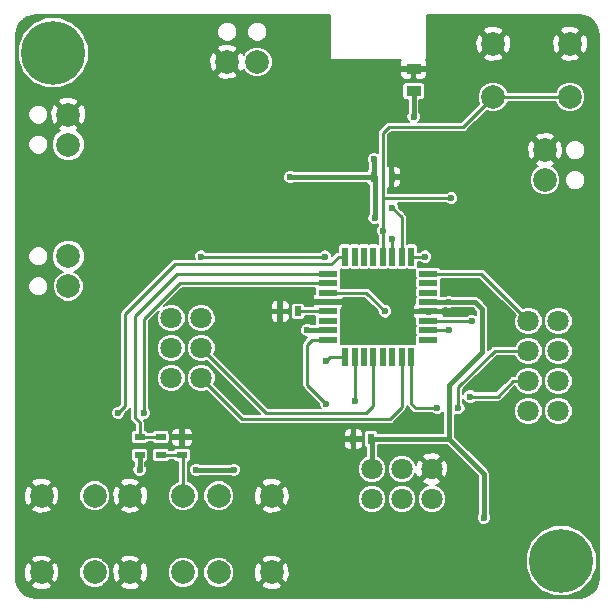
<source format=gbl>
G04 #@! TF.GenerationSoftware,KiCad,Pcbnew,(6.0.0-rc1-dev-1168-gacfa13c03)*
G04 #@! TF.CreationDate,2018-12-11T23:00:25+01:00*
G04 #@! TF.ProjectId,wirbelstrombremse_regler,77697262-656c-4737-9472-6f6d6272656d,rev?*
G04 #@! TF.SameCoordinates,Original*
G04 #@! TF.FileFunction,Copper,L2,Bot*
G04 #@! TF.FilePolarity,Positive*
%FSLAX46Y46*%
G04 Gerber Fmt 4.6, Leading zero omitted, Abs format (unit mm)*
G04 Created by KiCad (PCBNEW (6.0.0-rc1-dev-1168-gacfa13c03)) date 11.12.2018 23:00:25*
%MOMM*%
%LPD*%
G01*
G04 APERTURE LIST*
G04 #@! TA.AperFunction,ComponentPad*
%ADD10C,5.400000*%
G04 #@! TD*
G04 #@! TA.AperFunction,SMDPad,CuDef*
%ADD11R,0.550000X1.600000*%
G04 #@! TD*
G04 #@! TA.AperFunction,SMDPad,CuDef*
%ADD12R,1.600000X0.550000*%
G04 #@! TD*
G04 #@! TA.AperFunction,ComponentPad*
%ADD13C,2.000000*%
G04 #@! TD*
G04 #@! TA.AperFunction,SMDPad,CuDef*
%ADD14R,0.900000X0.600000*%
G04 #@! TD*
G04 #@! TA.AperFunction,ComponentPad*
%ADD15C,1.800000*%
G04 #@! TD*
G04 #@! TA.AperFunction,SMDPad,CuDef*
%ADD16R,0.600000X0.900000*%
G04 #@! TD*
G04 #@! TA.AperFunction,SMDPad,CuDef*
%ADD17R,1.300000X0.900000*%
G04 #@! TD*
G04 #@! TA.AperFunction,ViaPad*
%ADD18C,0.600000*%
G04 #@! TD*
G04 #@! TA.AperFunction,Conductor*
%ADD19C,0.400000*%
G04 #@! TD*
G04 #@! TA.AperFunction,Conductor*
%ADD20C,0.250000*%
G04 #@! TD*
G04 #@! TA.AperFunction,Conductor*
%ADD21C,0.200000*%
G04 #@! TD*
G04 APERTURE END LIST*
D10*
G04 #@! TO.P,H2,1*
G04 #@! TO.N,Net-(H2-Pad1)*
X156500000Y-116500000D03*
G04 #@! TD*
G04 #@! TO.P,H1,1*
G04 #@! TO.N,Net-(H1-Pad1)*
X113500000Y-73500000D03*
G04 #@! TD*
D11*
G04 #@! TO.P,U1,32*
G04 #@! TO.N,/MicroControl/OUT3_4*
X143800000Y-90750000D03*
G04 #@! TO.P,U1,31*
G04 #@! TO.N,/MicroControl/MCU_TX*
X143000000Y-90750000D03*
G04 #@! TO.P,U1,30*
G04 #@! TO.N,/MicroControl/MCU_RX*
X142200000Y-90750000D03*
G04 #@! TO.P,U1,29*
G04 #@! TO.N,/Connector/MCU_RESET*
X141400000Y-90750000D03*
G04 #@! TO.P,U1,28*
G04 #@! TO.N,Net-(U1-Pad28)*
X140600000Y-90750000D03*
G04 #@! TO.P,U1,27*
G04 #@! TO.N,Net-(U1-Pad27)*
X139800000Y-90750000D03*
G04 #@! TO.P,U1,26*
G04 #@! TO.N,Net-(U1-Pad26)*
X139000000Y-90750000D03*
G04 #@! TO.P,U1,25*
G04 #@! TO.N,/MicroControl/PCINT_INC*
X138200000Y-90750000D03*
D12*
G04 #@! TO.P,U1,24*
G04 #@! TO.N,/MicroControl/PCINT_DEC*
X136750000Y-92200000D03*
G04 #@! TO.P,U1,23*
G04 #@! TO.N,/MicroControl/PCINT_SET*
X136750000Y-93000000D03*
G04 #@! TO.P,U1,22*
G04 #@! TO.N,/MicroControl/T3*
X136750000Y-93800000D03*
G04 #@! TO.P,U1,21*
G04 #@! TO.N,GND*
X136750000Y-94600000D03*
G04 #@! TO.P,U1,20*
G04 #@! TO.N,Net-(C3-Pad1)*
X136750000Y-95400000D03*
G04 #@! TO.P,U1,19*
G04 #@! TO.N,Net-(U1-Pad19)*
X136750000Y-96200000D03*
G04 #@! TO.P,U1,18*
G04 #@! TO.N,+5V*
X136750000Y-97000000D03*
G04 #@! TO.P,U1,17*
G04 #@! TO.N,/Connector/PROG_SCK*
X136750000Y-97800000D03*
D11*
G04 #@! TO.P,U1,16*
G04 #@! TO.N,/Connector/PROG_MISO*
X138200000Y-99250000D03*
G04 #@! TO.P,U1,15*
G04 #@! TO.N,/Connector/PROG_MOSI*
X139000000Y-99250000D03*
G04 #@! TO.P,U1,14*
G04 #@! TO.N,Net-(U1-Pad14)*
X139800000Y-99250000D03*
G04 #@! TO.P,U1,13*
G04 #@! TO.N,/MicroControl/OUT1*
X140600000Y-99250000D03*
G04 #@! TO.P,U1,12*
G04 #@! TO.N,Net-(U1-Pad12)*
X141400000Y-99250000D03*
G04 #@! TO.P,U1,11*
G04 #@! TO.N,Net-(U1-Pad11)*
X142200000Y-99250000D03*
G04 #@! TO.P,U1,10*
G04 #@! TO.N,/MicroControl/OUT0*
X143000000Y-99250000D03*
G04 #@! TO.P,U1,9*
G04 #@! TO.N,/MicroControl/T1*
X143800000Y-99250000D03*
D12*
G04 #@! TO.P,U1,8*
G04 #@! TO.N,Net-(U1-Pad8)*
X145250000Y-97800000D03*
G04 #@! TO.P,U1,7*
G04 #@! TO.N,/MicroControl/OSC_IN*
X145250000Y-97000000D03*
G04 #@! TO.P,U1,6*
G04 #@! TO.N,/MicroControl/T4*
X145250000Y-96200000D03*
G04 #@! TO.P,U1,5*
G04 #@! TO.N,GND*
X145250000Y-95400000D03*
G04 #@! TO.P,U1,4*
G04 #@! TO.N,+5V*
X145250000Y-94600000D03*
G04 #@! TO.P,U1,3*
G04 #@! TO.N,Net-(U1-Pad3)*
X145250000Y-93800000D03*
G04 #@! TO.P,U1,2*
G04 #@! TO.N,Net-(U1-Pad2)*
X145250000Y-93000000D03*
G04 #@! TO.P,U1,1*
G04 #@! TO.N,/MicroControl/EXINT*
X145250000Y-92200000D03*
G04 #@! TD*
D13*
G04 #@! TO.P,SW4,4*
G04 #@! TO.N,/Connector/MCU_RESET*
X157250000Y-77250000D03*
G04 #@! TO.P,SW4,3*
X150750000Y-77250000D03*
G04 #@! TO.P,SW4,1*
G04 #@! TO.N,GND*
X150750000Y-72750000D03*
G04 #@! TO.P,SW4,2*
X157250000Y-72750000D03*
G04 #@! TD*
G04 #@! TO.P,SW3,4*
G04 #@! TO.N,GND*
X112500000Y-117500000D03*
G04 #@! TO.P,SW3,3*
X112500000Y-111000000D03*
G04 #@! TO.P,SW3,1*
G04 #@! TO.N,Net-(C4-Pad1)*
X117000000Y-111000000D03*
G04 #@! TO.P,SW3,2*
X117000000Y-117500000D03*
G04 #@! TD*
G04 #@! TO.P,SW2,4*
G04 #@! TO.N,GND*
X120000000Y-117500000D03*
G04 #@! TO.P,SW2,3*
X120000000Y-111000000D03*
G04 #@! TO.P,SW2,1*
G04 #@! TO.N,Net-(C5-Pad1)*
X124500000Y-111000000D03*
G04 #@! TO.P,SW2,2*
X124500000Y-117500000D03*
G04 #@! TD*
G04 #@! TO.P,SW1,4*
G04 #@! TO.N,GND*
X132000000Y-111000000D03*
G04 #@! TO.P,SW1,3*
X132000000Y-117500000D03*
G04 #@! TO.P,SW1,1*
G04 #@! TO.N,Net-(C6-Pad1)*
X127500000Y-117500000D03*
G04 #@! TO.P,SW1,2*
X127500000Y-111000000D03*
G04 #@! TD*
D14*
G04 #@! TO.P,R5,2*
G04 #@! TO.N,Net-(C5-Pad1)*
X122600000Y-107550000D03*
G04 #@! TO.P,R5,1*
G04 #@! TO.N,/MicroControl/PCINT_DEC*
X122600000Y-106050000D03*
G04 #@! TD*
G04 #@! TO.P,R2,2*
G04 #@! TO.N,/MicroControl/PCINT_DEC*
X120800000Y-106050000D03*
G04 #@! TO.P,R2,1*
G04 #@! TO.N,+5V*
X120800000Y-107550000D03*
G04 #@! TD*
D15*
G04 #@! TO.P,J8,4*
G04 #@! TO.N,/Connector/PROG_MOSI*
X143000000Y-108730000D03*
G04 #@! TO.P,J8,1*
G04 #@! TO.N,/Connector/PROG_MISO*
X140460000Y-111270000D03*
G04 #@! TO.P,J8,2*
G04 #@! TO.N,+5V*
X140460000Y-108730000D03*
G04 #@! TO.P,J8,5*
G04 #@! TO.N,/Connector/MCU_RESET*
X145540000Y-111270000D03*
G04 #@! TO.P,J8,6*
G04 #@! TO.N,GND*
X145540000Y-108730000D03*
G04 #@! TO.P,J8,3*
G04 #@! TO.N,/Connector/PROG_SCK*
X143000000Y-111270000D03*
G04 #@! TD*
D13*
G04 #@! TO.P,J7,1*
G04 #@! TO.N,+UPOW*
X114770000Y-90730000D03*
G04 #@! TO.P,J7,2*
G04 #@! TO.N,/Connector/MAGNET*
X114770000Y-93270000D03*
G04 #@! TD*
G04 #@! TO.P,J6,1*
G04 #@! TO.N,Net-(J6-Pad1)*
X155130000Y-84270000D03*
G04 #@! TO.P,J6,2*
G04 #@! TO.N,GND*
X155130000Y-81730000D03*
G04 #@! TD*
G04 #@! TO.P,J4,1*
G04 #@! TO.N,GND*
X114770000Y-78730000D03*
G04 #@! TO.P,J4,2*
G04 #@! TO.N,+UPOW*
X114770000Y-81270000D03*
G04 #@! TD*
G04 #@! TO.P,J3,1*
G04 #@! TO.N,+5V*
X130770000Y-74270000D03*
G04 #@! TO.P,J3,2*
G04 #@! TO.N,GND*
X128230000Y-74270000D03*
G04 #@! TD*
D15*
G04 #@! TO.P,J2,8*
G04 #@! TO.N,/Connector/MCU_SensorSpeed*
X156270000Y-103810000D03*
G04 #@! TO.P,J2,3*
G04 #@! TO.N,/MicroControl/T1*
X153730000Y-98730000D03*
G04 #@! TO.P,J2,1*
G04 #@! TO.N,/MicroControl/EXINT*
X153730000Y-96190000D03*
G04 #@! TO.P,J2,7*
G04 #@! TO.N,/MicroControl/T4*
X153730000Y-103810000D03*
G04 #@! TO.P,J2,6*
G04 #@! TO.N,/Connector/MCU_SensorSpeed*
X156270000Y-101270000D03*
G04 #@! TO.P,J2,2*
X156270000Y-96190000D03*
G04 #@! TO.P,J2,4*
X156270000Y-98730000D03*
G04 #@! TO.P,J2,5*
G04 #@! TO.N,/MicroControl/T3*
X153730000Y-101270000D03*
G04 #@! TD*
G04 #@! TO.P,J1,4*
G04 #@! TO.N,/MicroControl/FET*
X123500000Y-98500000D03*
G04 #@! TO.P,J1,1*
G04 #@! TO.N,/MicroControl/OUT0*
X126040000Y-101040000D03*
G04 #@! TO.P,J1,2*
G04 #@! TO.N,/MicroControl/FET*
X123500000Y-101040000D03*
G04 #@! TO.P,J1,5*
G04 #@! TO.N,/MicroControl/OUT3_4*
X126040000Y-95960000D03*
G04 #@! TO.P,J1,6*
G04 #@! TO.N,/MicroControl/FET*
X123500000Y-95960000D03*
G04 #@! TO.P,J1,3*
G04 #@! TO.N,/MicroControl/OUT1*
X126040000Y-98500000D03*
G04 #@! TD*
D16*
G04 #@! TO.P,C13,2*
G04 #@! TO.N,GND*
X142150000Y-84000000D03*
G04 #@! TO.P,C13,1*
G04 #@! TO.N,+5V*
X140650000Y-84000000D03*
G04 #@! TD*
G04 #@! TO.P,C11,2*
G04 #@! TO.N,GND*
X138900000Y-106200000D03*
G04 #@! TO.P,C11,1*
G04 #@! TO.N,+5V*
X140400000Y-106200000D03*
G04 #@! TD*
D17*
G04 #@! TO.P,C10,2*
G04 #@! TO.N,GND*
X144000000Y-74850000D03*
G04 #@! TO.P,C10,1*
G04 #@! TO.N,Net-(C10-Pad1)*
X144000000Y-76750000D03*
G04 #@! TD*
D14*
G04 #@! TO.P,C5,2*
G04 #@! TO.N,GND*
X124400000Y-106050000D03*
G04 #@! TO.P,C5,1*
G04 #@! TO.N,Net-(C5-Pad1)*
X124400000Y-107550000D03*
G04 #@! TD*
D16*
G04 #@! TO.P,C3,2*
G04 #@! TO.N,GND*
X132700000Y-95400000D03*
G04 #@! TO.P,C3,1*
G04 #@! TO.N,Net-(C3-Pad1)*
X134200000Y-95400000D03*
G04 #@! TD*
D18*
G04 #@! TO.N,+5V*
X120800000Y-108800000D03*
X125600000Y-108800000D03*
X128800000Y-108800000D03*
X149950005Y-112849995D03*
X140650000Y-82500000D03*
X147000000Y-94600000D03*
X135000000Y-97000000D03*
X140700000Y-87500000D03*
X133549999Y-84024999D03*
G04 #@! TO.N,Net-(C10-Pad1)*
X144000000Y-78900000D03*
G04 #@! TO.N,/MicroControl/OUT3_4*
X126040000Y-90750000D03*
X145000000Y-90750000D03*
X136500000Y-90750000D03*
G04 #@! TO.N,/MicroControl/T1*
X146000000Y-103599996D03*
X147800000Y-103600000D03*
G04 #@! TO.N,/MicroControl/T4*
X148927208Y-96200000D03*
G04 #@! TO.N,/MicroControl/T3*
X141600000Y-95400000D03*
X148800000Y-102600000D03*
G04 #@! TO.N,/Connector/PROG_MOSI*
X139000005Y-102999995D03*
G04 #@! TO.N,/Connector/PROG_MISO*
X136600000Y-99600000D03*
G04 #@! TO.N,/Connector/MCU_RESET*
X147200000Y-85825000D03*
X141400000Y-88575000D03*
G04 #@! TO.N,/Connector/PROG_SCK*
X136600000Y-103200000D03*
G04 #@! TO.N,/MicroControl/PCINT_INC*
X119000000Y-104000000D03*
G04 #@! TO.N,/MicroControl/PCINT_SET*
X121200000Y-104000000D03*
G04 #@! TO.N,/MicroControl/MCU_TX*
X142200000Y-86625000D03*
G04 #@! TO.N,/MicroControl/MCU_RX*
X142200000Y-89225000D03*
G04 #@! TO.N,/MicroControl/OSC_IN*
X147000000Y-97000000D03*
G04 #@! TD*
D19*
G04 #@! TO.N,+5V*
X136750000Y-97000000D02*
X135000000Y-97000000D01*
X145250000Y-94600000D02*
X147000000Y-94600000D01*
X140700000Y-84024999D02*
X133549999Y-84024999D01*
X140700000Y-87500000D02*
X140700000Y-84024999D01*
X140650000Y-84000000D02*
X140650000Y-82500000D01*
X149950005Y-109150005D02*
X147000000Y-106200000D01*
X149950005Y-112849995D02*
X149950005Y-109150005D01*
X149200000Y-94600000D02*
X147000000Y-94600000D01*
X149800000Y-95200000D02*
X149200000Y-94600000D01*
X149800000Y-98800000D02*
X149800000Y-95200000D01*
X147000000Y-106200000D02*
X147000000Y-101600000D01*
X147000000Y-101600000D02*
X149800000Y-98800000D01*
X128800000Y-108800000D02*
X125600000Y-108800000D01*
X120800000Y-107550000D02*
X120800000Y-108800000D01*
X140550000Y-106200000D02*
X147000000Y-106200000D01*
X140460000Y-108730000D02*
X140460000Y-106290000D01*
X140460000Y-106290000D02*
X140550000Y-106200000D01*
D20*
G04 #@! TO.N,Net-(C3-Pad1)*
X136750000Y-95400000D02*
X134200000Y-95400000D01*
G04 #@! TO.N,Net-(C5-Pad1)*
X124500000Y-107650000D02*
X124400000Y-107550000D01*
X124500000Y-111000000D02*
X124500000Y-107650000D01*
X124400000Y-107550000D02*
X122600000Y-107550000D01*
D19*
G04 #@! TO.N,Net-(C10-Pad1)*
X144000000Y-78900000D02*
X144000000Y-76750000D01*
D20*
G04 #@! TO.N,/MicroControl/OUT0*
X143000000Y-103500000D02*
X143000000Y-99250000D01*
X142000000Y-104500000D02*
X143000000Y-103500000D01*
X126040000Y-101040000D02*
X129500000Y-104500000D01*
X129500000Y-104500000D02*
X142000000Y-104500000D01*
G04 #@! TO.N,/MicroControl/OUT3_4*
X143800000Y-90750000D02*
X145000000Y-90750000D01*
X136500000Y-90750000D02*
X126040000Y-90750000D01*
G04 #@! TO.N,/MicroControl/OUT1*
X140600000Y-99250000D02*
X140600000Y-103400000D01*
X140600000Y-103400000D02*
X140000000Y-104000000D01*
X131540000Y-104000000D02*
X127040000Y-99500000D01*
X140000000Y-104000000D02*
X131540000Y-104000000D01*
X127040000Y-99500000D02*
X126040000Y-98500000D01*
G04 #@! TO.N,/MicroControl/T1*
X144199996Y-103599996D02*
X146000000Y-103599996D01*
X143800000Y-99250000D02*
X143800000Y-103200000D01*
X143800000Y-103200000D02*
X144199996Y-103599996D01*
X150870000Y-98730000D02*
X153730000Y-98730000D01*
X147800000Y-103600000D02*
X147800000Y-101800000D01*
X147800000Y-101800000D02*
X150870000Y-98730000D01*
G04 #@! TO.N,/MicroControl/EXINT*
X149740000Y-92200000D02*
X153730000Y-96190000D01*
X145250000Y-92200000D02*
X149740000Y-92200000D01*
G04 #@! TO.N,/MicroControl/T4*
X145200000Y-96200000D02*
X148927208Y-96200000D01*
G04 #@! TO.N,/MicroControl/T3*
X152457208Y-101270000D02*
X151127208Y-102600000D01*
X153730000Y-101270000D02*
X152457208Y-101270000D01*
X151127208Y-102600000D02*
X148800000Y-102600000D01*
X140000000Y-93800000D02*
X136750000Y-93800000D01*
X141600000Y-95400000D02*
X140000000Y-93800000D01*
G04 #@! TO.N,/Connector/PROG_MOSI*
X139000000Y-102999990D02*
X139000005Y-102999995D01*
X139000000Y-99250000D02*
X139000000Y-102999990D01*
G04 #@! TO.N,/Connector/PROG_MISO*
X136600000Y-99600000D02*
X136950000Y-99250000D01*
X136950000Y-99250000D02*
X138200000Y-99250000D01*
G04 #@! TO.N,/Connector/MCU_RESET*
X141400000Y-88575000D02*
X141400000Y-90750000D01*
X141400000Y-80300000D02*
X141900000Y-79800000D01*
X148200000Y-79800000D02*
X150750000Y-77250000D01*
X141900000Y-79800000D02*
X148200000Y-79800000D01*
X150750000Y-77250000D02*
X157250000Y-77250000D01*
X141400000Y-85800000D02*
X147200000Y-85800000D01*
X141400000Y-85800000D02*
X141400000Y-80300000D01*
X141400000Y-88575000D02*
X141400000Y-85800000D01*
G04 #@! TO.N,/Connector/PROG_SCK*
X135400000Y-97800000D02*
X136750000Y-97800000D01*
X135000000Y-98200000D02*
X135400000Y-97800000D01*
X135000000Y-101600000D02*
X135000000Y-98200000D01*
X136600000Y-103200000D02*
X135000000Y-101600000D01*
G04 #@! TO.N,/MicroControl/PCINT_INC*
X119600000Y-95600000D02*
X119600000Y-100000000D01*
X123800000Y-91400000D02*
X119600000Y-95600000D01*
X137025000Y-91400000D02*
X123800000Y-91400000D01*
X138200000Y-90750000D02*
X137675000Y-90750000D01*
X137675000Y-90750000D02*
X137025000Y-91400000D01*
X119600000Y-100000000D02*
X119600000Y-103400000D01*
X119600000Y-103400000D02*
X119000000Y-104000000D01*
G04 #@! TO.N,/MicroControl/PCINT_DEC*
X122600000Y-106050000D02*
X120800000Y-106050000D01*
X120800000Y-104800000D02*
X120800000Y-106050000D01*
X120400000Y-104400000D02*
X120800000Y-104800000D01*
X120400000Y-95800000D02*
X120400000Y-104400000D01*
X136750000Y-92200000D02*
X124000000Y-92200000D01*
X124000000Y-92200000D02*
X120400000Y-95800000D01*
G04 #@! TO.N,/MicroControl/PCINT_SET*
X121200000Y-96000000D02*
X121200000Y-103575736D01*
X121200000Y-103575736D02*
X121200000Y-104000000D01*
X124200000Y-93000000D02*
X121200000Y-96000000D01*
X136750000Y-93000000D02*
X124200000Y-93000000D01*
G04 #@! TO.N,/MicroControl/MCU_TX*
X143000000Y-87425000D02*
X142200000Y-86625000D01*
X143000000Y-87425000D02*
X143000000Y-90750000D01*
G04 #@! TO.N,/MicroControl/MCU_RX*
X142200000Y-89225000D02*
X142200000Y-90750000D01*
G04 #@! TO.N,/MicroControl/OSC_IN*
X145250000Y-97000000D02*
X147000000Y-97000000D01*
G04 #@! TD*
D21*
G04 #@! TO.N,GND*
G36*
X136900000Y-74000000D02*
X136907612Y-74038268D01*
X136929289Y-74070711D01*
X136961732Y-74092388D01*
X137000000Y-74100000D01*
X142942893Y-74100000D01*
X142926120Y-74116773D01*
X142850000Y-74300544D01*
X142850000Y-74571000D01*
X142975000Y-74696000D01*
X143846000Y-74696000D01*
X143846000Y-74676000D01*
X144154000Y-74676000D01*
X144154000Y-74696000D01*
X145025000Y-74696000D01*
X145150000Y-74571000D01*
X145150000Y-74300544D01*
X145073880Y-74116773D01*
X145044998Y-74087891D01*
X145070711Y-74070711D01*
X145092388Y-74038268D01*
X145100000Y-74000000D01*
X145100000Y-73845958D01*
X149871831Y-73845958D01*
X149980207Y-74071530D01*
X150544532Y-74265522D01*
X151140138Y-74228789D01*
X151519793Y-74071530D01*
X151628169Y-73845958D01*
X156371831Y-73845958D01*
X156480207Y-74071530D01*
X157044532Y-74265522D01*
X157640138Y-74228789D01*
X158019793Y-74071530D01*
X158128169Y-73845958D01*
X157250000Y-72967789D01*
X156371831Y-73845958D01*
X151628169Y-73845958D01*
X150750000Y-72967789D01*
X149871831Y-73845958D01*
X145100000Y-73845958D01*
X145100000Y-72544532D01*
X149234478Y-72544532D01*
X149271211Y-73140138D01*
X149428470Y-73519793D01*
X149654042Y-73628169D01*
X150532211Y-72750000D01*
X150967789Y-72750000D01*
X151845958Y-73628169D01*
X152071530Y-73519793D01*
X152265522Y-72955468D01*
X152240179Y-72544532D01*
X155734478Y-72544532D01*
X155771211Y-73140138D01*
X155928470Y-73519793D01*
X156154042Y-73628169D01*
X157032211Y-72750000D01*
X157467789Y-72750000D01*
X158345958Y-73628169D01*
X158571530Y-73519793D01*
X158765522Y-72955468D01*
X158728789Y-72359862D01*
X158571530Y-71980207D01*
X158345958Y-71871831D01*
X157467789Y-72750000D01*
X157032211Y-72750000D01*
X156154042Y-71871831D01*
X155928470Y-71980207D01*
X155734478Y-72544532D01*
X152240179Y-72544532D01*
X152228789Y-72359862D01*
X152071530Y-71980207D01*
X151845958Y-71871831D01*
X150967789Y-72750000D01*
X150532211Y-72750000D01*
X149654042Y-71871831D01*
X149428470Y-71980207D01*
X149234478Y-72544532D01*
X145100000Y-72544532D01*
X145100000Y-71654042D01*
X149871831Y-71654042D01*
X150750000Y-72532211D01*
X151628169Y-71654042D01*
X156371831Y-71654042D01*
X157250000Y-72532211D01*
X158128169Y-71654042D01*
X158019793Y-71428470D01*
X157455468Y-71234478D01*
X156859862Y-71271211D01*
X156480207Y-71428470D01*
X156371831Y-71654042D01*
X151628169Y-71654042D01*
X151519793Y-71428470D01*
X150955468Y-71234478D01*
X150359862Y-71271211D01*
X149980207Y-71428470D01*
X149871831Y-71654042D01*
X145100000Y-71654042D01*
X145100000Y-70325000D01*
X157976844Y-70325000D01*
X158469187Y-70395509D01*
X158900656Y-70591686D01*
X159259720Y-70901076D01*
X159517516Y-71298807D01*
X159656543Y-71763678D01*
X159675000Y-72012055D01*
X159675001Y-117976837D01*
X159604491Y-118469187D01*
X159408314Y-118900656D01*
X159098924Y-119259720D01*
X158701193Y-119517516D01*
X158236321Y-119656543D01*
X157987945Y-119675000D01*
X112023156Y-119675000D01*
X111530813Y-119604491D01*
X111099344Y-119408314D01*
X110740280Y-119098924D01*
X110482484Y-118701193D01*
X110451012Y-118595958D01*
X111621831Y-118595958D01*
X111730207Y-118821530D01*
X112294532Y-119015522D01*
X112890138Y-118978789D01*
X113269793Y-118821530D01*
X113378169Y-118595958D01*
X112500000Y-117717789D01*
X111621831Y-118595958D01*
X110451012Y-118595958D01*
X110343457Y-118236321D01*
X110325000Y-117987945D01*
X110325000Y-117294532D01*
X110984478Y-117294532D01*
X111021211Y-117890138D01*
X111178470Y-118269793D01*
X111404042Y-118378169D01*
X112282211Y-117500000D01*
X112717789Y-117500000D01*
X113595958Y-118378169D01*
X113821530Y-118269793D01*
X114015522Y-117705468D01*
X113986903Y-117241414D01*
X115700000Y-117241414D01*
X115700000Y-117758586D01*
X115897913Y-118236391D01*
X116263609Y-118602087D01*
X116741414Y-118800000D01*
X117258586Y-118800000D01*
X117736391Y-118602087D01*
X117742520Y-118595958D01*
X119121831Y-118595958D01*
X119230207Y-118821530D01*
X119794532Y-119015522D01*
X120390138Y-118978789D01*
X120769793Y-118821530D01*
X120878169Y-118595958D01*
X120000000Y-117717789D01*
X119121831Y-118595958D01*
X117742520Y-118595958D01*
X118102087Y-118236391D01*
X118300000Y-117758586D01*
X118300000Y-117294532D01*
X118484478Y-117294532D01*
X118521211Y-117890138D01*
X118678470Y-118269793D01*
X118904042Y-118378169D01*
X119782211Y-117500000D01*
X120217789Y-117500000D01*
X121095958Y-118378169D01*
X121321530Y-118269793D01*
X121515522Y-117705468D01*
X121486903Y-117241414D01*
X123200000Y-117241414D01*
X123200000Y-117758586D01*
X123397913Y-118236391D01*
X123763609Y-118602087D01*
X124241414Y-118800000D01*
X124758586Y-118800000D01*
X125236391Y-118602087D01*
X125602087Y-118236391D01*
X125800000Y-117758586D01*
X125800000Y-117241414D01*
X126200000Y-117241414D01*
X126200000Y-117758586D01*
X126397913Y-118236391D01*
X126763609Y-118602087D01*
X127241414Y-118800000D01*
X127758586Y-118800000D01*
X128236391Y-118602087D01*
X128242520Y-118595958D01*
X131121831Y-118595958D01*
X131230207Y-118821530D01*
X131794532Y-119015522D01*
X132390138Y-118978789D01*
X132769793Y-118821530D01*
X132878169Y-118595958D01*
X132000000Y-117717789D01*
X131121831Y-118595958D01*
X128242520Y-118595958D01*
X128602087Y-118236391D01*
X128800000Y-117758586D01*
X128800000Y-117294532D01*
X130484478Y-117294532D01*
X130521211Y-117890138D01*
X130678470Y-118269793D01*
X130904042Y-118378169D01*
X131782211Y-117500000D01*
X132217789Y-117500000D01*
X133095958Y-118378169D01*
X133321530Y-118269793D01*
X133515522Y-117705468D01*
X133478789Y-117109862D01*
X133321530Y-116730207D01*
X133095958Y-116621831D01*
X132217789Y-117500000D01*
X131782211Y-117500000D01*
X130904042Y-116621831D01*
X130678470Y-116730207D01*
X130484478Y-117294532D01*
X128800000Y-117294532D01*
X128800000Y-117241414D01*
X128602087Y-116763609D01*
X128242520Y-116404042D01*
X131121831Y-116404042D01*
X132000000Y-117282211D01*
X132878169Y-116404042D01*
X132769793Y-116178470D01*
X132205468Y-115984478D01*
X131609862Y-116021211D01*
X131230207Y-116178470D01*
X131121831Y-116404042D01*
X128242520Y-116404042D01*
X128236391Y-116397913D01*
X127758586Y-116200000D01*
X127241414Y-116200000D01*
X126763609Y-116397913D01*
X126397913Y-116763609D01*
X126200000Y-117241414D01*
X125800000Y-117241414D01*
X125602087Y-116763609D01*
X125236391Y-116397913D01*
X124758586Y-116200000D01*
X124241414Y-116200000D01*
X123763609Y-116397913D01*
X123397913Y-116763609D01*
X123200000Y-117241414D01*
X121486903Y-117241414D01*
X121478789Y-117109862D01*
X121321530Y-116730207D01*
X121095958Y-116621831D01*
X120217789Y-117500000D01*
X119782211Y-117500000D01*
X118904042Y-116621831D01*
X118678470Y-116730207D01*
X118484478Y-117294532D01*
X118300000Y-117294532D01*
X118300000Y-117241414D01*
X118102087Y-116763609D01*
X117742520Y-116404042D01*
X119121831Y-116404042D01*
X120000000Y-117282211D01*
X120878169Y-116404042D01*
X120769793Y-116178470D01*
X120205468Y-115984478D01*
X119609862Y-116021211D01*
X119230207Y-116178470D01*
X119121831Y-116404042D01*
X117742520Y-116404042D01*
X117736391Y-116397913D01*
X117258586Y-116200000D01*
X116741414Y-116200000D01*
X116263609Y-116397913D01*
X115897913Y-116763609D01*
X115700000Y-117241414D01*
X113986903Y-117241414D01*
X113978789Y-117109862D01*
X113821530Y-116730207D01*
X113595958Y-116621831D01*
X112717789Y-117500000D01*
X112282211Y-117500000D01*
X111404042Y-116621831D01*
X111178470Y-116730207D01*
X110984478Y-117294532D01*
X110325000Y-117294532D01*
X110325000Y-116404042D01*
X111621831Y-116404042D01*
X112500000Y-117282211D01*
X113378169Y-116404042D01*
X113269793Y-116178470D01*
X112705468Y-115984478D01*
X112109862Y-116021211D01*
X111730207Y-116178470D01*
X111621831Y-116404042D01*
X110325000Y-116404042D01*
X110325000Y-115903263D01*
X153500000Y-115903263D01*
X153500000Y-117096737D01*
X153956723Y-118199363D01*
X154800637Y-119043277D01*
X155903263Y-119500000D01*
X157096737Y-119500000D01*
X158199363Y-119043277D01*
X159043277Y-118199363D01*
X159500000Y-117096737D01*
X159500000Y-115903263D01*
X159043277Y-114800637D01*
X158199363Y-113956723D01*
X157096737Y-113500000D01*
X155903263Y-113500000D01*
X154800637Y-113956723D01*
X153956723Y-114800637D01*
X153500000Y-115903263D01*
X110325000Y-115903263D01*
X110325000Y-112095958D01*
X111621831Y-112095958D01*
X111730207Y-112321530D01*
X112294532Y-112515522D01*
X112890138Y-112478789D01*
X113269793Y-112321530D01*
X113378169Y-112095958D01*
X112500000Y-111217789D01*
X111621831Y-112095958D01*
X110325000Y-112095958D01*
X110325000Y-110794532D01*
X110984478Y-110794532D01*
X111021211Y-111390138D01*
X111178470Y-111769793D01*
X111404042Y-111878169D01*
X112282211Y-111000000D01*
X112717789Y-111000000D01*
X113595958Y-111878169D01*
X113821530Y-111769793D01*
X114015522Y-111205468D01*
X113986903Y-110741414D01*
X115700000Y-110741414D01*
X115700000Y-111258586D01*
X115897913Y-111736391D01*
X116263609Y-112102087D01*
X116741414Y-112300000D01*
X117258586Y-112300000D01*
X117736391Y-112102087D01*
X117742520Y-112095958D01*
X119121831Y-112095958D01*
X119230207Y-112321530D01*
X119794532Y-112515522D01*
X120390138Y-112478789D01*
X120769793Y-112321530D01*
X120878169Y-112095958D01*
X120000000Y-111217789D01*
X119121831Y-112095958D01*
X117742520Y-112095958D01*
X118102087Y-111736391D01*
X118300000Y-111258586D01*
X118300000Y-110794532D01*
X118484478Y-110794532D01*
X118521211Y-111390138D01*
X118678470Y-111769793D01*
X118904042Y-111878169D01*
X119782211Y-111000000D01*
X120217789Y-111000000D01*
X121095958Y-111878169D01*
X121321530Y-111769793D01*
X121515522Y-111205468D01*
X121478789Y-110609862D01*
X121321530Y-110230207D01*
X121095958Y-110121831D01*
X120217789Y-111000000D01*
X119782211Y-111000000D01*
X118904042Y-110121831D01*
X118678470Y-110230207D01*
X118484478Y-110794532D01*
X118300000Y-110794532D01*
X118300000Y-110741414D01*
X118102087Y-110263609D01*
X117742520Y-109904042D01*
X119121831Y-109904042D01*
X120000000Y-110782211D01*
X120878169Y-109904042D01*
X120769793Y-109678470D01*
X120205468Y-109484478D01*
X119609862Y-109521211D01*
X119230207Y-109678470D01*
X119121831Y-109904042D01*
X117742520Y-109904042D01*
X117736391Y-109897913D01*
X117258586Y-109700000D01*
X116741414Y-109700000D01*
X116263609Y-109897913D01*
X115897913Y-110263609D01*
X115700000Y-110741414D01*
X113986903Y-110741414D01*
X113978789Y-110609862D01*
X113821530Y-110230207D01*
X113595958Y-110121831D01*
X112717789Y-111000000D01*
X112282211Y-111000000D01*
X111404042Y-110121831D01*
X111178470Y-110230207D01*
X110984478Y-110794532D01*
X110325000Y-110794532D01*
X110325000Y-109904042D01*
X111621831Y-109904042D01*
X112500000Y-110782211D01*
X113378169Y-109904042D01*
X113269793Y-109678470D01*
X112705468Y-109484478D01*
X112109862Y-109521211D01*
X111730207Y-109678470D01*
X111621831Y-109904042D01*
X110325000Y-109904042D01*
X110325000Y-107250000D01*
X120044123Y-107250000D01*
X120044123Y-107850000D01*
X120067407Y-107967054D01*
X120133712Y-108066288D01*
X120232946Y-108132593D01*
X120300000Y-108145931D01*
X120300001Y-108451470D01*
X120291344Y-108460127D01*
X120200000Y-108680653D01*
X120200000Y-108919347D01*
X120291344Y-109139873D01*
X120460127Y-109308656D01*
X120680653Y-109400000D01*
X120919347Y-109400000D01*
X121139873Y-109308656D01*
X121308656Y-109139873D01*
X121400000Y-108919347D01*
X121400000Y-108680653D01*
X121308656Y-108460127D01*
X121300000Y-108451471D01*
X121300000Y-108145931D01*
X121367054Y-108132593D01*
X121466288Y-108066288D01*
X121532593Y-107967054D01*
X121555877Y-107850000D01*
X121555877Y-107250000D01*
X121844123Y-107250000D01*
X121844123Y-107850000D01*
X121867407Y-107967054D01*
X121933712Y-108066288D01*
X122032946Y-108132593D01*
X122150000Y-108155877D01*
X123050000Y-108155877D01*
X123167054Y-108132593D01*
X123266288Y-108066288D01*
X123327284Y-107975000D01*
X123672716Y-107975000D01*
X123733712Y-108066288D01*
X123832946Y-108132593D01*
X123950000Y-108155877D01*
X124075001Y-108155877D01*
X124075000Y-109768931D01*
X123763609Y-109897913D01*
X123397913Y-110263609D01*
X123200000Y-110741414D01*
X123200000Y-111258586D01*
X123397913Y-111736391D01*
X123763609Y-112102087D01*
X124241414Y-112300000D01*
X124758586Y-112300000D01*
X125236391Y-112102087D01*
X125602087Y-111736391D01*
X125800000Y-111258586D01*
X125800000Y-110741414D01*
X126200000Y-110741414D01*
X126200000Y-111258586D01*
X126397913Y-111736391D01*
X126763609Y-112102087D01*
X127241414Y-112300000D01*
X127758586Y-112300000D01*
X128236391Y-112102087D01*
X128242520Y-112095958D01*
X131121831Y-112095958D01*
X131230207Y-112321530D01*
X131794532Y-112515522D01*
X132390138Y-112478789D01*
X132769793Y-112321530D01*
X132878169Y-112095958D01*
X132000000Y-111217789D01*
X131121831Y-112095958D01*
X128242520Y-112095958D01*
X128602087Y-111736391D01*
X128800000Y-111258586D01*
X128800000Y-110794532D01*
X130484478Y-110794532D01*
X130521211Y-111390138D01*
X130678470Y-111769793D01*
X130904042Y-111878169D01*
X131782211Y-111000000D01*
X132217789Y-111000000D01*
X133095958Y-111878169D01*
X133321530Y-111769793D01*
X133515522Y-111205468D01*
X133504781Y-111031305D01*
X139260000Y-111031305D01*
X139260000Y-111508695D01*
X139442689Y-111949745D01*
X139780255Y-112287311D01*
X140221305Y-112470000D01*
X140698695Y-112470000D01*
X141139745Y-112287311D01*
X141477311Y-111949745D01*
X141660000Y-111508695D01*
X141660000Y-111031305D01*
X141800000Y-111031305D01*
X141800000Y-111508695D01*
X141982689Y-111949745D01*
X142320255Y-112287311D01*
X142761305Y-112470000D01*
X143238695Y-112470000D01*
X143679745Y-112287311D01*
X144017311Y-111949745D01*
X144200000Y-111508695D01*
X144200000Y-111031305D01*
X144340000Y-111031305D01*
X144340000Y-111508695D01*
X144522689Y-111949745D01*
X144860255Y-112287311D01*
X145301305Y-112470000D01*
X145778695Y-112470000D01*
X146219745Y-112287311D01*
X146557311Y-111949745D01*
X146740000Y-111508695D01*
X146740000Y-111031305D01*
X146557311Y-110590255D01*
X146219745Y-110252689D01*
X145875703Y-110110182D01*
X145914100Y-110107535D01*
X146249535Y-109968592D01*
X146345600Y-109753389D01*
X145540000Y-108947789D01*
X144734400Y-109753389D01*
X144830465Y-109968592D01*
X145225762Y-110101291D01*
X144860255Y-110252689D01*
X144522689Y-110590255D01*
X144340000Y-111031305D01*
X144200000Y-111031305D01*
X144017311Y-110590255D01*
X143679745Y-110252689D01*
X143238695Y-110070000D01*
X142761305Y-110070000D01*
X142320255Y-110252689D01*
X141982689Y-110590255D01*
X141800000Y-111031305D01*
X141660000Y-111031305D01*
X141477311Y-110590255D01*
X141139745Y-110252689D01*
X140698695Y-110070000D01*
X140221305Y-110070000D01*
X139780255Y-110252689D01*
X139442689Y-110590255D01*
X139260000Y-111031305D01*
X133504781Y-111031305D01*
X133478789Y-110609862D01*
X133321530Y-110230207D01*
X133095958Y-110121831D01*
X132217789Y-111000000D01*
X131782211Y-111000000D01*
X130904042Y-110121831D01*
X130678470Y-110230207D01*
X130484478Y-110794532D01*
X128800000Y-110794532D01*
X128800000Y-110741414D01*
X128602087Y-110263609D01*
X128242520Y-109904042D01*
X131121831Y-109904042D01*
X132000000Y-110782211D01*
X132878169Y-109904042D01*
X132769793Y-109678470D01*
X132205468Y-109484478D01*
X131609862Y-109521211D01*
X131230207Y-109678470D01*
X131121831Y-109904042D01*
X128242520Y-109904042D01*
X128236391Y-109897913D01*
X127758586Y-109700000D01*
X127241414Y-109700000D01*
X126763609Y-109897913D01*
X126397913Y-110263609D01*
X126200000Y-110741414D01*
X125800000Y-110741414D01*
X125602087Y-110263609D01*
X125236391Y-109897913D01*
X124925000Y-109768931D01*
X124925000Y-108680653D01*
X125000000Y-108680653D01*
X125000000Y-108919347D01*
X125091344Y-109139873D01*
X125260127Y-109308656D01*
X125480653Y-109400000D01*
X125719347Y-109400000D01*
X125939873Y-109308656D01*
X125948529Y-109300000D01*
X128451471Y-109300000D01*
X128460127Y-109308656D01*
X128680653Y-109400000D01*
X128919347Y-109400000D01*
X129139873Y-109308656D01*
X129308656Y-109139873D01*
X129400000Y-108919347D01*
X129400000Y-108680653D01*
X129308656Y-108460127D01*
X129139873Y-108291344D01*
X128919347Y-108200000D01*
X128680653Y-108200000D01*
X128460127Y-108291344D01*
X128451471Y-108300000D01*
X125948529Y-108300000D01*
X125939873Y-108291344D01*
X125719347Y-108200000D01*
X125480653Y-108200000D01*
X125260127Y-108291344D01*
X125091344Y-108460127D01*
X125000000Y-108680653D01*
X124925000Y-108680653D01*
X124925000Y-108140958D01*
X124967054Y-108132593D01*
X125066288Y-108066288D01*
X125132593Y-107967054D01*
X125155877Y-107850000D01*
X125155877Y-107250000D01*
X125132593Y-107132946D01*
X125066288Y-107033712D01*
X124967054Y-106967407D01*
X124850000Y-106944123D01*
X123950000Y-106944123D01*
X123832946Y-106967407D01*
X123733712Y-107033712D01*
X123672716Y-107125000D01*
X123327284Y-107125000D01*
X123266288Y-107033712D01*
X123167054Y-106967407D01*
X123050000Y-106944123D01*
X122150000Y-106944123D01*
X122032946Y-106967407D01*
X121933712Y-107033712D01*
X121867407Y-107132946D01*
X121844123Y-107250000D01*
X121555877Y-107250000D01*
X121532593Y-107132946D01*
X121466288Y-107033712D01*
X121367054Y-106967407D01*
X121250000Y-106944123D01*
X120350000Y-106944123D01*
X120232946Y-106967407D01*
X120133712Y-107033712D01*
X120067407Y-107132946D01*
X120044123Y-107250000D01*
X110325000Y-107250000D01*
X110325000Y-103880653D01*
X118400000Y-103880653D01*
X118400000Y-104119347D01*
X118491344Y-104339873D01*
X118660127Y-104508656D01*
X118880653Y-104600000D01*
X119119347Y-104600000D01*
X119339873Y-104508656D01*
X119508656Y-104339873D01*
X119600000Y-104119347D01*
X119600000Y-104001040D01*
X119870922Y-103730119D01*
X119906408Y-103706408D01*
X119975001Y-103603751D01*
X119975001Y-104358138D01*
X119966674Y-104400000D01*
X119999659Y-104565826D01*
X120045327Y-104634173D01*
X120093593Y-104706408D01*
X120129078Y-104730119D01*
X120375000Y-104976041D01*
X120375001Y-105444123D01*
X120350000Y-105444123D01*
X120232946Y-105467407D01*
X120133712Y-105533712D01*
X120067407Y-105632946D01*
X120044123Y-105750000D01*
X120044123Y-106350000D01*
X120067407Y-106467054D01*
X120133712Y-106566288D01*
X120232946Y-106632593D01*
X120350000Y-106655877D01*
X121250000Y-106655877D01*
X121367054Y-106632593D01*
X121466288Y-106566288D01*
X121527284Y-106475000D01*
X121872716Y-106475000D01*
X121933712Y-106566288D01*
X122032946Y-106632593D01*
X122150000Y-106655877D01*
X123050000Y-106655877D01*
X123167054Y-106632593D01*
X123266288Y-106566288D01*
X123332593Y-106467054D01*
X123355877Y-106350000D01*
X123355877Y-106325000D01*
X123450000Y-106325000D01*
X123450000Y-106449456D01*
X123526120Y-106633227D01*
X123666773Y-106773879D01*
X123850544Y-106850000D01*
X124121000Y-106850000D01*
X124246000Y-106725000D01*
X124246000Y-106200000D01*
X124554000Y-106200000D01*
X124554000Y-106725000D01*
X124679000Y-106850000D01*
X124949456Y-106850000D01*
X125133227Y-106773879D01*
X125273880Y-106633227D01*
X125337762Y-106479000D01*
X138100000Y-106479000D01*
X138100000Y-106749456D01*
X138176121Y-106933227D01*
X138316773Y-107073880D01*
X138500544Y-107150000D01*
X138625000Y-107150000D01*
X138750000Y-107025000D01*
X138750000Y-106354000D01*
X139050000Y-106354000D01*
X139050000Y-107025000D01*
X139175000Y-107150000D01*
X139299456Y-107150000D01*
X139483227Y-107073880D01*
X139623879Y-106933227D01*
X139700000Y-106749456D01*
X139700000Y-106479000D01*
X139575000Y-106354000D01*
X139050000Y-106354000D01*
X138750000Y-106354000D01*
X138225000Y-106354000D01*
X138100000Y-106479000D01*
X125337762Y-106479000D01*
X125350000Y-106449456D01*
X125350000Y-106325000D01*
X125225000Y-106200000D01*
X124554000Y-106200000D01*
X124246000Y-106200000D01*
X123575000Y-106200000D01*
X123450000Y-106325000D01*
X123355877Y-106325000D01*
X123355877Y-105750000D01*
X123336094Y-105650544D01*
X123450000Y-105650544D01*
X123450000Y-105775000D01*
X123575000Y-105900000D01*
X124246000Y-105900000D01*
X124246000Y-105375000D01*
X124554000Y-105375000D01*
X124554000Y-105900000D01*
X125225000Y-105900000D01*
X125350000Y-105775000D01*
X125350000Y-105650544D01*
X138100000Y-105650544D01*
X138100000Y-105921000D01*
X138225000Y-106046000D01*
X138750000Y-106046000D01*
X138750000Y-105375000D01*
X139050000Y-105375000D01*
X139050000Y-106046000D01*
X139575000Y-106046000D01*
X139700000Y-105921000D01*
X139700000Y-105650544D01*
X139623879Y-105466773D01*
X139483227Y-105326120D01*
X139299456Y-105250000D01*
X139175000Y-105250000D01*
X139050000Y-105375000D01*
X138750000Y-105375000D01*
X138625000Y-105250000D01*
X138500544Y-105250000D01*
X138316773Y-105326120D01*
X138176121Y-105466773D01*
X138100000Y-105650544D01*
X125350000Y-105650544D01*
X125273880Y-105466773D01*
X125133227Y-105326121D01*
X124949456Y-105250000D01*
X124679000Y-105250000D01*
X124554000Y-105375000D01*
X124246000Y-105375000D01*
X124121000Y-105250000D01*
X123850544Y-105250000D01*
X123666773Y-105326121D01*
X123526120Y-105466773D01*
X123450000Y-105650544D01*
X123336094Y-105650544D01*
X123332593Y-105632946D01*
X123266288Y-105533712D01*
X123167054Y-105467407D01*
X123050000Y-105444123D01*
X122150000Y-105444123D01*
X122032946Y-105467407D01*
X121933712Y-105533712D01*
X121872716Y-105625000D01*
X121527284Y-105625000D01*
X121466288Y-105533712D01*
X121367054Y-105467407D01*
X121250000Y-105444123D01*
X121225000Y-105444123D01*
X121225000Y-104841855D01*
X121233326Y-104799999D01*
X121214709Y-104706408D01*
X121200341Y-104634173D01*
X121177507Y-104600000D01*
X121319347Y-104600000D01*
X121539873Y-104508656D01*
X121708656Y-104339873D01*
X121800000Y-104119347D01*
X121800000Y-103880653D01*
X121708656Y-103660127D01*
X121625000Y-103576471D01*
X121625000Y-100801305D01*
X122300000Y-100801305D01*
X122300000Y-101278695D01*
X122482689Y-101719745D01*
X122820255Y-102057311D01*
X123261305Y-102240000D01*
X123738695Y-102240000D01*
X124179745Y-102057311D01*
X124517311Y-101719745D01*
X124700000Y-101278695D01*
X124700000Y-100801305D01*
X124517311Y-100360255D01*
X124179745Y-100022689D01*
X123738695Y-99840000D01*
X123261305Y-99840000D01*
X122820255Y-100022689D01*
X122482689Y-100360255D01*
X122300000Y-100801305D01*
X121625000Y-100801305D01*
X121625000Y-98261305D01*
X122300000Y-98261305D01*
X122300000Y-98738695D01*
X122482689Y-99179745D01*
X122820255Y-99517311D01*
X123261305Y-99700000D01*
X123738695Y-99700000D01*
X124179745Y-99517311D01*
X124517311Y-99179745D01*
X124700000Y-98738695D01*
X124700000Y-98261305D01*
X124517311Y-97820255D01*
X124179745Y-97482689D01*
X123738695Y-97300000D01*
X123261305Y-97300000D01*
X122820255Y-97482689D01*
X122482689Y-97820255D01*
X122300000Y-98261305D01*
X121625000Y-98261305D01*
X121625000Y-96176040D01*
X122455751Y-95345290D01*
X122300000Y-95721305D01*
X122300000Y-96198695D01*
X122482689Y-96639745D01*
X122820255Y-96977311D01*
X123261305Y-97160000D01*
X123738695Y-97160000D01*
X124179745Y-96977311D01*
X124517311Y-96639745D01*
X124700000Y-96198695D01*
X124700000Y-95721305D01*
X124840000Y-95721305D01*
X124840000Y-96198695D01*
X125022689Y-96639745D01*
X125360255Y-96977311D01*
X125801305Y-97160000D01*
X126278695Y-97160000D01*
X126719745Y-96977311D01*
X127057311Y-96639745D01*
X127240000Y-96198695D01*
X127240000Y-95721305D01*
X127222477Y-95679000D01*
X131900000Y-95679000D01*
X131900000Y-95949456D01*
X131976121Y-96133227D01*
X132116773Y-96273880D01*
X132300544Y-96350000D01*
X132425000Y-96350000D01*
X132550000Y-96225000D01*
X132550000Y-95554000D01*
X132850000Y-95554000D01*
X132850000Y-96225000D01*
X132975000Y-96350000D01*
X133099456Y-96350000D01*
X133283227Y-96273880D01*
X133423879Y-96133227D01*
X133500000Y-95949456D01*
X133500000Y-95679000D01*
X133375000Y-95554000D01*
X132850000Y-95554000D01*
X132550000Y-95554000D01*
X132025000Y-95554000D01*
X131900000Y-95679000D01*
X127222477Y-95679000D01*
X127057311Y-95280255D01*
X126719745Y-94942689D01*
X126497288Y-94850544D01*
X131900000Y-94850544D01*
X131900000Y-95121000D01*
X132025000Y-95246000D01*
X132550000Y-95246000D01*
X132550000Y-94575000D01*
X132850000Y-94575000D01*
X132850000Y-95246000D01*
X133375000Y-95246000D01*
X133500000Y-95121000D01*
X133500000Y-94850544D01*
X133423879Y-94666773D01*
X133283227Y-94526120D01*
X133099456Y-94450000D01*
X132975000Y-94450000D01*
X132850000Y-94575000D01*
X132550000Y-94575000D01*
X132425000Y-94450000D01*
X132300544Y-94450000D01*
X132116773Y-94526120D01*
X131976121Y-94666773D01*
X131900000Y-94850544D01*
X126497288Y-94850544D01*
X126278695Y-94760000D01*
X125801305Y-94760000D01*
X125360255Y-94942689D01*
X125022689Y-95280255D01*
X124840000Y-95721305D01*
X124700000Y-95721305D01*
X124517311Y-95280255D01*
X124179745Y-94942689D01*
X123738695Y-94760000D01*
X123261305Y-94760000D01*
X122885290Y-94915751D01*
X124376041Y-93425000D01*
X135664015Y-93425000D01*
X135644123Y-93525000D01*
X135644123Y-93923771D01*
X135526120Y-94041773D01*
X135450000Y-94225544D01*
X135450000Y-94337500D01*
X135575000Y-94462500D01*
X136596000Y-94462500D01*
X136596000Y-94426000D01*
X136904000Y-94426000D01*
X136904000Y-94462500D01*
X137925000Y-94462500D01*
X138050000Y-94337500D01*
X138050000Y-94225544D01*
X138049775Y-94225000D01*
X139823960Y-94225000D01*
X141000000Y-95401041D01*
X141000000Y-95519347D01*
X141091344Y-95739873D01*
X141260127Y-95908656D01*
X141480653Y-96000000D01*
X141719347Y-96000000D01*
X141939873Y-95908656D01*
X142108656Y-95739873D01*
X142200000Y-95519347D01*
X142200000Y-95280653D01*
X142108656Y-95060127D01*
X141939873Y-94891344D01*
X141719347Y-94800000D01*
X141601041Y-94800000D01*
X140330121Y-93529081D01*
X140306408Y-93493592D01*
X140165827Y-93399659D01*
X140041858Y-93375000D01*
X140041857Y-93375000D01*
X140000000Y-93366674D01*
X139958143Y-93375000D01*
X137835985Y-93375000D01*
X137855877Y-93275000D01*
X137855877Y-92725000D01*
X137832593Y-92607946D01*
X137827284Y-92600000D01*
X137832593Y-92592054D01*
X137855877Y-92475000D01*
X137855877Y-91925000D01*
X137838713Y-91838713D01*
X137925000Y-91855877D01*
X138475000Y-91855877D01*
X138592054Y-91832593D01*
X138600000Y-91827284D01*
X138607946Y-91832593D01*
X138725000Y-91855877D01*
X139275000Y-91855877D01*
X139392054Y-91832593D01*
X139400000Y-91827284D01*
X139407946Y-91832593D01*
X139525000Y-91855877D01*
X140075000Y-91855877D01*
X140192054Y-91832593D01*
X140200000Y-91827284D01*
X140207946Y-91832593D01*
X140325000Y-91855877D01*
X140875000Y-91855877D01*
X140992054Y-91832593D01*
X141000000Y-91827284D01*
X141007946Y-91832593D01*
X141125000Y-91855877D01*
X141675000Y-91855877D01*
X141792054Y-91832593D01*
X141800000Y-91827284D01*
X141807946Y-91832593D01*
X141925000Y-91855877D01*
X142475000Y-91855877D01*
X142592054Y-91832593D01*
X142600000Y-91827284D01*
X142607946Y-91832593D01*
X142725000Y-91855877D01*
X143275000Y-91855877D01*
X143392054Y-91832593D01*
X143400000Y-91827284D01*
X143407946Y-91832593D01*
X143525000Y-91855877D01*
X144075000Y-91855877D01*
X144161287Y-91838713D01*
X144144123Y-91925000D01*
X144144123Y-92475000D01*
X144167407Y-92592054D01*
X144172716Y-92600000D01*
X144167407Y-92607946D01*
X144144123Y-92725000D01*
X144144123Y-93275000D01*
X144167407Y-93392054D01*
X144172716Y-93400000D01*
X144167407Y-93407946D01*
X144144123Y-93525000D01*
X144144123Y-94075000D01*
X144167407Y-94192054D01*
X144172716Y-94200000D01*
X144167407Y-94207946D01*
X144144123Y-94325000D01*
X144144123Y-94723771D01*
X144026120Y-94841773D01*
X143950000Y-95025544D01*
X143950000Y-95137500D01*
X144075000Y-95262500D01*
X145096000Y-95262500D01*
X145096000Y-95226000D01*
X145404000Y-95226000D01*
X145404000Y-95262500D01*
X146425000Y-95262500D01*
X146550000Y-95137500D01*
X146550000Y-95100000D01*
X146651471Y-95100000D01*
X146660127Y-95108656D01*
X146880653Y-95200000D01*
X147119347Y-95200000D01*
X147339873Y-95108656D01*
X147348529Y-95100000D01*
X148992894Y-95100000D01*
X149300001Y-95407108D01*
X149300001Y-95724264D01*
X149267081Y-95691344D01*
X149046555Y-95600000D01*
X148807861Y-95600000D01*
X148587335Y-95691344D01*
X148503679Y-95775000D01*
X146549775Y-95775000D01*
X146550000Y-95774456D01*
X146550000Y-95662500D01*
X146425000Y-95537500D01*
X145404000Y-95537500D01*
X145404000Y-95574000D01*
X145096000Y-95574000D01*
X145096000Y-95537500D01*
X144075000Y-95537500D01*
X143950000Y-95662500D01*
X143950000Y-95774456D01*
X144026120Y-95958227D01*
X144144123Y-96076229D01*
X144144123Y-96475000D01*
X144167407Y-96592054D01*
X144172716Y-96600000D01*
X144167407Y-96607946D01*
X144144123Y-96725000D01*
X144144123Y-97275000D01*
X144167407Y-97392054D01*
X144172716Y-97400000D01*
X144167407Y-97407946D01*
X144144123Y-97525000D01*
X144144123Y-98075000D01*
X144161287Y-98161287D01*
X144075000Y-98144123D01*
X143525000Y-98144123D01*
X143407946Y-98167407D01*
X143400000Y-98172716D01*
X143392054Y-98167407D01*
X143275000Y-98144123D01*
X142725000Y-98144123D01*
X142607946Y-98167407D01*
X142600000Y-98172716D01*
X142592054Y-98167407D01*
X142475000Y-98144123D01*
X141925000Y-98144123D01*
X141807946Y-98167407D01*
X141800000Y-98172716D01*
X141792054Y-98167407D01*
X141675000Y-98144123D01*
X141125000Y-98144123D01*
X141007946Y-98167407D01*
X141000000Y-98172716D01*
X140992054Y-98167407D01*
X140875000Y-98144123D01*
X140325000Y-98144123D01*
X140207946Y-98167407D01*
X140200000Y-98172716D01*
X140192054Y-98167407D01*
X140075000Y-98144123D01*
X139525000Y-98144123D01*
X139407946Y-98167407D01*
X139400000Y-98172716D01*
X139392054Y-98167407D01*
X139275000Y-98144123D01*
X138725000Y-98144123D01*
X138607946Y-98167407D01*
X138600000Y-98172716D01*
X138592054Y-98167407D01*
X138475000Y-98144123D01*
X137925000Y-98144123D01*
X137838713Y-98161287D01*
X137855877Y-98075000D01*
X137855877Y-97525000D01*
X137832593Y-97407946D01*
X137827284Y-97400000D01*
X137832593Y-97392054D01*
X137855877Y-97275000D01*
X137855877Y-96725000D01*
X137832593Y-96607946D01*
X137827284Y-96600000D01*
X137832593Y-96592054D01*
X137855877Y-96475000D01*
X137855877Y-95925000D01*
X137832593Y-95807946D01*
X137827284Y-95800000D01*
X137832593Y-95792054D01*
X137855877Y-95675000D01*
X137855877Y-95276229D01*
X137973880Y-95158227D01*
X138050000Y-94974456D01*
X138050000Y-94862500D01*
X137925000Y-94737500D01*
X136904000Y-94737500D01*
X136904000Y-94774000D01*
X136596000Y-94774000D01*
X136596000Y-94737500D01*
X135575000Y-94737500D01*
X135450000Y-94862500D01*
X135450000Y-94974456D01*
X135450225Y-94975000D01*
X134805877Y-94975000D01*
X134805877Y-94950000D01*
X134782593Y-94832946D01*
X134716288Y-94733712D01*
X134617054Y-94667407D01*
X134500000Y-94644123D01*
X133900000Y-94644123D01*
X133782946Y-94667407D01*
X133683712Y-94733712D01*
X133617407Y-94832946D01*
X133594123Y-94950000D01*
X133594123Y-95850000D01*
X133617407Y-95967054D01*
X133683712Y-96066288D01*
X133782946Y-96132593D01*
X133900000Y-96155877D01*
X134500000Y-96155877D01*
X134617054Y-96132593D01*
X134716288Y-96066288D01*
X134782593Y-95967054D01*
X134805877Y-95850000D01*
X134805877Y-95825000D01*
X135664015Y-95825000D01*
X135644123Y-95925000D01*
X135644123Y-96475000D01*
X135649096Y-96500000D01*
X135348529Y-96500000D01*
X135339873Y-96491344D01*
X135119347Y-96400000D01*
X134880653Y-96400000D01*
X134660127Y-96491344D01*
X134491344Y-96660127D01*
X134400000Y-96880653D01*
X134400000Y-97119347D01*
X134491344Y-97339873D01*
X134660127Y-97508656D01*
X134880653Y-97600000D01*
X134998959Y-97600000D01*
X134729078Y-97869881D01*
X134693593Y-97893592D01*
X134669882Y-97929078D01*
X134599659Y-98034174D01*
X134566674Y-98200000D01*
X134575001Y-98241862D01*
X134575000Y-101558142D01*
X134566674Y-101600000D01*
X134575000Y-101641857D01*
X134599659Y-101765826D01*
X134693592Y-101906408D01*
X134729081Y-101930121D01*
X136000000Y-103201041D01*
X136000000Y-103319347D01*
X136091344Y-103539873D01*
X136126471Y-103575000D01*
X131716041Y-103575000D01*
X127310922Y-99169882D01*
X127134481Y-98993441D01*
X127240000Y-98738695D01*
X127240000Y-98261305D01*
X127057311Y-97820255D01*
X126719745Y-97482689D01*
X126278695Y-97300000D01*
X125801305Y-97300000D01*
X125360255Y-97482689D01*
X125022689Y-97820255D01*
X124840000Y-98261305D01*
X124840000Y-98738695D01*
X125022689Y-99179745D01*
X125360255Y-99517311D01*
X125801305Y-99700000D01*
X126278695Y-99700000D01*
X126533441Y-99594481D01*
X126709882Y-99770922D01*
X131013959Y-104075000D01*
X129676041Y-104075000D01*
X127134481Y-101533441D01*
X127240000Y-101278695D01*
X127240000Y-100801305D01*
X127057311Y-100360255D01*
X126719745Y-100022689D01*
X126278695Y-99840000D01*
X125801305Y-99840000D01*
X125360255Y-100022689D01*
X125022689Y-100360255D01*
X124840000Y-100801305D01*
X124840000Y-101278695D01*
X125022689Y-101719745D01*
X125360255Y-102057311D01*
X125801305Y-102240000D01*
X126278695Y-102240000D01*
X126533441Y-102134481D01*
X129169881Y-104770922D01*
X129193592Y-104806408D01*
X129229077Y-104830118D01*
X129334173Y-104900341D01*
X129500000Y-104933326D01*
X129541857Y-104925000D01*
X141958143Y-104925000D01*
X142000000Y-104933326D01*
X142041857Y-104925000D01*
X142041858Y-104925000D01*
X142165827Y-104900341D01*
X142306408Y-104806408D01*
X142330121Y-104770919D01*
X143270920Y-103830120D01*
X143306408Y-103806408D01*
X143400341Y-103665827D01*
X143425000Y-103541858D01*
X143425000Y-103541857D01*
X143433326Y-103500000D01*
X143425000Y-103458143D01*
X143425000Y-103403751D01*
X143450462Y-103441858D01*
X143493593Y-103506408D01*
X143529078Y-103530118D01*
X143869877Y-103870918D01*
X143893588Y-103906404D01*
X144034169Y-104000337D01*
X144078033Y-104009062D01*
X144199996Y-104033322D01*
X144241853Y-104024996D01*
X145576471Y-104024996D01*
X145660127Y-104108652D01*
X145880653Y-104199996D01*
X146119347Y-104199996D01*
X146339873Y-104108652D01*
X146500000Y-103948525D01*
X146500000Y-105700000D01*
X140995931Y-105700000D01*
X140982593Y-105632946D01*
X140916288Y-105533712D01*
X140817054Y-105467407D01*
X140700000Y-105444123D01*
X140100000Y-105444123D01*
X139982946Y-105467407D01*
X139883712Y-105533712D01*
X139817407Y-105632946D01*
X139794123Y-105750000D01*
X139794123Y-106650000D01*
X139817407Y-106767054D01*
X139883712Y-106866288D01*
X139960001Y-106917262D01*
X139960000Y-107638236D01*
X139780255Y-107712689D01*
X139442689Y-108050255D01*
X139260000Y-108491305D01*
X139260000Y-108968695D01*
X139442689Y-109409745D01*
X139780255Y-109747311D01*
X140221305Y-109930000D01*
X140698695Y-109930000D01*
X141139745Y-109747311D01*
X141477311Y-109409745D01*
X141660000Y-108968695D01*
X141660000Y-108491305D01*
X141800000Y-108491305D01*
X141800000Y-108968695D01*
X141982689Y-109409745D01*
X142320255Y-109747311D01*
X142761305Y-109930000D01*
X143238695Y-109930000D01*
X143679745Y-109747311D01*
X144017311Y-109409745D01*
X144159818Y-109065703D01*
X144162465Y-109104100D01*
X144301408Y-109439535D01*
X144516611Y-109535600D01*
X145322211Y-108730000D01*
X145757789Y-108730000D01*
X146563389Y-109535600D01*
X146778592Y-109439535D01*
X146955838Y-108911536D01*
X146917535Y-108355900D01*
X146778592Y-108020465D01*
X146563389Y-107924400D01*
X145757789Y-108730000D01*
X145322211Y-108730000D01*
X144516611Y-107924400D01*
X144301408Y-108020465D01*
X144168709Y-108415762D01*
X144017311Y-108050255D01*
X143679745Y-107712689D01*
X143665072Y-107706611D01*
X144734400Y-107706611D01*
X145540000Y-108512211D01*
X146345600Y-107706611D01*
X146249535Y-107491408D01*
X145721536Y-107314162D01*
X145165900Y-107352465D01*
X144830465Y-107491408D01*
X144734400Y-107706611D01*
X143665072Y-107706611D01*
X143238695Y-107530000D01*
X142761305Y-107530000D01*
X142320255Y-107712689D01*
X141982689Y-108050255D01*
X141800000Y-108491305D01*
X141660000Y-108491305D01*
X141477311Y-108050255D01*
X141139745Y-107712689D01*
X140960000Y-107638236D01*
X140960000Y-106800867D01*
X140982593Y-106767054D01*
X140995931Y-106700000D01*
X146792894Y-106700000D01*
X149450006Y-109357113D01*
X149450005Y-112501466D01*
X149441349Y-112510122D01*
X149350005Y-112730648D01*
X149350005Y-112969342D01*
X149441349Y-113189868D01*
X149610132Y-113358651D01*
X149830658Y-113449995D01*
X150069352Y-113449995D01*
X150289878Y-113358651D01*
X150458661Y-113189868D01*
X150550005Y-112969342D01*
X150550005Y-112730648D01*
X150458661Y-112510122D01*
X150450005Y-112501466D01*
X150450005Y-109199245D01*
X150459800Y-109150004D01*
X150428985Y-108995090D01*
X150420994Y-108954915D01*
X150310485Y-108789525D01*
X150268737Y-108761630D01*
X147500000Y-105992894D01*
X147500000Y-104125172D01*
X147680653Y-104200000D01*
X147919347Y-104200000D01*
X148139873Y-104108656D01*
X148308656Y-103939873D01*
X148400000Y-103719347D01*
X148400000Y-103571305D01*
X152530000Y-103571305D01*
X152530000Y-104048695D01*
X152712689Y-104489745D01*
X153050255Y-104827311D01*
X153491305Y-105010000D01*
X153968695Y-105010000D01*
X154409745Y-104827311D01*
X154747311Y-104489745D01*
X154930000Y-104048695D01*
X154930000Y-103571305D01*
X155070000Y-103571305D01*
X155070000Y-104048695D01*
X155252689Y-104489745D01*
X155590255Y-104827311D01*
X156031305Y-105010000D01*
X156508695Y-105010000D01*
X156949745Y-104827311D01*
X157287311Y-104489745D01*
X157470000Y-104048695D01*
X157470000Y-103571305D01*
X157287311Y-103130255D01*
X156949745Y-102792689D01*
X156508695Y-102610000D01*
X156031305Y-102610000D01*
X155590255Y-102792689D01*
X155252689Y-103130255D01*
X155070000Y-103571305D01*
X154930000Y-103571305D01*
X154747311Y-103130255D01*
X154409745Y-102792689D01*
X153968695Y-102610000D01*
X153491305Y-102610000D01*
X153050255Y-102792689D01*
X152712689Y-103130255D01*
X152530000Y-103571305D01*
X148400000Y-103571305D01*
X148400000Y-103480653D01*
X148308656Y-103260127D01*
X148225000Y-103176471D01*
X148225000Y-102779703D01*
X148291344Y-102939873D01*
X148460127Y-103108656D01*
X148680653Y-103200000D01*
X148919347Y-103200000D01*
X149139873Y-103108656D01*
X149223529Y-103025000D01*
X151085351Y-103025000D01*
X151127208Y-103033326D01*
X151169065Y-103025000D01*
X151169066Y-103025000D01*
X151293035Y-103000341D01*
X151433616Y-102906408D01*
X151457329Y-102870919D01*
X152614808Y-101713440D01*
X152712689Y-101949745D01*
X153050255Y-102287311D01*
X153491305Y-102470000D01*
X153968695Y-102470000D01*
X154409745Y-102287311D01*
X154747311Y-101949745D01*
X154930000Y-101508695D01*
X154930000Y-101031305D01*
X155070000Y-101031305D01*
X155070000Y-101508695D01*
X155252689Y-101949745D01*
X155590255Y-102287311D01*
X156031305Y-102470000D01*
X156508695Y-102470000D01*
X156949745Y-102287311D01*
X157287311Y-101949745D01*
X157470000Y-101508695D01*
X157470000Y-101031305D01*
X157287311Y-100590255D01*
X156949745Y-100252689D01*
X156508695Y-100070000D01*
X156031305Y-100070000D01*
X155590255Y-100252689D01*
X155252689Y-100590255D01*
X155070000Y-101031305D01*
X154930000Y-101031305D01*
X154747311Y-100590255D01*
X154409745Y-100252689D01*
X153968695Y-100070000D01*
X153491305Y-100070000D01*
X153050255Y-100252689D01*
X152712689Y-100590255D01*
X152607170Y-100845000D01*
X152499065Y-100845000D01*
X152457207Y-100836674D01*
X152415350Y-100845000D01*
X152291381Y-100869659D01*
X152150800Y-100963592D01*
X152127089Y-100999078D01*
X150951168Y-102175000D01*
X149223529Y-102175000D01*
X149139873Y-102091344D01*
X148919347Y-102000000D01*
X148680653Y-102000000D01*
X148460127Y-102091344D01*
X148291344Y-102260127D01*
X148225000Y-102420297D01*
X148225000Y-101976040D01*
X151046041Y-99155000D01*
X152607170Y-99155000D01*
X152712689Y-99409745D01*
X153050255Y-99747311D01*
X153491305Y-99930000D01*
X153968695Y-99930000D01*
X154409745Y-99747311D01*
X154747311Y-99409745D01*
X154930000Y-98968695D01*
X154930000Y-98491305D01*
X155070000Y-98491305D01*
X155070000Y-98968695D01*
X155252689Y-99409745D01*
X155590255Y-99747311D01*
X156031305Y-99930000D01*
X156508695Y-99930000D01*
X156949745Y-99747311D01*
X157287311Y-99409745D01*
X157470000Y-98968695D01*
X157470000Y-98491305D01*
X157287311Y-98050255D01*
X156949745Y-97712689D01*
X156508695Y-97530000D01*
X156031305Y-97530000D01*
X155590255Y-97712689D01*
X155252689Y-98050255D01*
X155070000Y-98491305D01*
X154930000Y-98491305D01*
X154747311Y-98050255D01*
X154409745Y-97712689D01*
X153968695Y-97530000D01*
X153491305Y-97530000D01*
X153050255Y-97712689D01*
X152712689Y-98050255D01*
X152607170Y-98305000D01*
X150911857Y-98305000D01*
X150870000Y-98296674D01*
X150828142Y-98305000D01*
X150704173Y-98329659D01*
X150563592Y-98423592D01*
X150539881Y-98459078D01*
X150300000Y-98698959D01*
X150300000Y-95249240D01*
X150309795Y-95199999D01*
X150297363Y-95137500D01*
X150270989Y-95004910D01*
X150160480Y-94839520D01*
X150118732Y-94811625D01*
X149588376Y-94281270D01*
X149560480Y-94239520D01*
X149395090Y-94129011D01*
X149249243Y-94100000D01*
X149249241Y-94100000D01*
X149200000Y-94090205D01*
X149150759Y-94100000D01*
X147348529Y-94100000D01*
X147339873Y-94091344D01*
X147119347Y-94000000D01*
X146880653Y-94000000D01*
X146660127Y-94091344D01*
X146651471Y-94100000D01*
X146350904Y-94100000D01*
X146355877Y-94075000D01*
X146355877Y-93525000D01*
X146332593Y-93407946D01*
X146327284Y-93400000D01*
X146332593Y-93392054D01*
X146355877Y-93275000D01*
X146355877Y-92725000D01*
X146335985Y-92625000D01*
X149563960Y-92625000D01*
X152635519Y-95696560D01*
X152530000Y-95951305D01*
X152530000Y-96428695D01*
X152712689Y-96869745D01*
X153050255Y-97207311D01*
X153491305Y-97390000D01*
X153968695Y-97390000D01*
X154409745Y-97207311D01*
X154747311Y-96869745D01*
X154930000Y-96428695D01*
X154930000Y-95951305D01*
X155070000Y-95951305D01*
X155070000Y-96428695D01*
X155252689Y-96869745D01*
X155590255Y-97207311D01*
X156031305Y-97390000D01*
X156508695Y-97390000D01*
X156949745Y-97207311D01*
X157287311Y-96869745D01*
X157470000Y-96428695D01*
X157470000Y-95951305D01*
X157287311Y-95510255D01*
X156949745Y-95172689D01*
X156508695Y-94990000D01*
X156031305Y-94990000D01*
X155590255Y-95172689D01*
X155252689Y-95510255D01*
X155070000Y-95951305D01*
X154930000Y-95951305D01*
X154747311Y-95510255D01*
X154409745Y-95172689D01*
X153968695Y-94990000D01*
X153491305Y-94990000D01*
X153236560Y-95095519D01*
X150070121Y-91929081D01*
X150046408Y-91893592D01*
X149905827Y-91799659D01*
X149781858Y-91775000D01*
X149781857Y-91775000D01*
X149740000Y-91766674D01*
X149698143Y-91775000D01*
X146310580Y-91775000D01*
X146266288Y-91708712D01*
X146167054Y-91642407D01*
X146050000Y-91619123D01*
X144450000Y-91619123D01*
X144363713Y-91636287D01*
X144380877Y-91550000D01*
X144380877Y-91175000D01*
X144576471Y-91175000D01*
X144660127Y-91258656D01*
X144880653Y-91350000D01*
X145119347Y-91350000D01*
X145339873Y-91258656D01*
X145508656Y-91089873D01*
X145600000Y-90869347D01*
X145600000Y-90630653D01*
X145508656Y-90410127D01*
X145339873Y-90241344D01*
X145119347Y-90150000D01*
X144880653Y-90150000D01*
X144660127Y-90241344D01*
X144576471Y-90325000D01*
X144380877Y-90325000D01*
X144380877Y-89950000D01*
X144357593Y-89832946D01*
X144291288Y-89733712D01*
X144192054Y-89667407D01*
X144075000Y-89644123D01*
X143525000Y-89644123D01*
X143425000Y-89664015D01*
X143425000Y-87466857D01*
X143433326Y-87425000D01*
X143400341Y-87259173D01*
X143377507Y-87225000D01*
X143306408Y-87118592D01*
X143270923Y-87094882D01*
X142800000Y-86623960D01*
X142800000Y-86505653D01*
X142708656Y-86285127D01*
X142648529Y-86225000D01*
X146751471Y-86225000D01*
X146860127Y-86333656D01*
X147080653Y-86425000D01*
X147319347Y-86425000D01*
X147539873Y-86333656D01*
X147708656Y-86164873D01*
X147800000Y-85944347D01*
X147800000Y-85705653D01*
X147708656Y-85485127D01*
X147539873Y-85316344D01*
X147319347Y-85225000D01*
X147080653Y-85225000D01*
X146860127Y-85316344D01*
X146801471Y-85375000D01*
X141825000Y-85375000D01*
X141825000Y-84950000D01*
X141875000Y-84950000D01*
X142000000Y-84825000D01*
X142000000Y-84154000D01*
X142300000Y-84154000D01*
X142300000Y-84825000D01*
X142425000Y-84950000D01*
X142549456Y-84950000D01*
X142733227Y-84873880D01*
X142873879Y-84733227D01*
X142950000Y-84549456D01*
X142950000Y-84279000D01*
X142825000Y-84154000D01*
X142300000Y-84154000D01*
X142000000Y-84154000D01*
X141976000Y-84154000D01*
X141976000Y-84011414D01*
X153830000Y-84011414D01*
X153830000Y-84528586D01*
X154027913Y-85006391D01*
X154393609Y-85372087D01*
X154871414Y-85570000D01*
X155388586Y-85570000D01*
X155866391Y-85372087D01*
X156232087Y-85006391D01*
X156430000Y-84528586D01*
X156430000Y-84100925D01*
X156820000Y-84100925D01*
X156820000Y-84439075D01*
X156949405Y-84751486D01*
X157188514Y-84990595D01*
X157500925Y-85120000D01*
X157839075Y-85120000D01*
X158151486Y-84990595D01*
X158390595Y-84751486D01*
X158520000Y-84439075D01*
X158520000Y-84100925D01*
X158390595Y-83788514D01*
X158151486Y-83549405D01*
X157839075Y-83420000D01*
X157500925Y-83420000D01*
X157188514Y-83549405D01*
X156949405Y-83788514D01*
X156820000Y-84100925D01*
X156430000Y-84100925D01*
X156430000Y-84011414D01*
X156232087Y-83533609D01*
X155866391Y-83167913D01*
X155742606Y-83116639D01*
X155899793Y-83051530D01*
X156008169Y-82825958D01*
X155130000Y-81947789D01*
X154251831Y-82825958D01*
X154360207Y-83051530D01*
X154532006Y-83110587D01*
X154393609Y-83167913D01*
X154027913Y-83533609D01*
X153830000Y-84011414D01*
X141976000Y-84011414D01*
X141976000Y-83846000D01*
X142000000Y-83846000D01*
X142000000Y-83175000D01*
X142300000Y-83175000D01*
X142300000Y-83846000D01*
X142825000Y-83846000D01*
X142950000Y-83721000D01*
X142950000Y-83450544D01*
X142873879Y-83266773D01*
X142733227Y-83126120D01*
X142549456Y-83050000D01*
X142425000Y-83050000D01*
X142300000Y-83175000D01*
X142000000Y-83175000D01*
X141875000Y-83050000D01*
X141825000Y-83050000D01*
X141825000Y-81524532D01*
X153614478Y-81524532D01*
X153651211Y-82120138D01*
X153808470Y-82499793D01*
X154034042Y-82608169D01*
X154912211Y-81730000D01*
X155347789Y-81730000D01*
X156225958Y-82608169D01*
X156451530Y-82499793D01*
X156645522Y-81935468D01*
X156622423Y-81560925D01*
X156820000Y-81560925D01*
X156820000Y-81899075D01*
X156949405Y-82211486D01*
X157188514Y-82450595D01*
X157500925Y-82580000D01*
X157839075Y-82580000D01*
X158151486Y-82450595D01*
X158390595Y-82211486D01*
X158520000Y-81899075D01*
X158520000Y-81560925D01*
X158390595Y-81248514D01*
X158151486Y-81009405D01*
X157839075Y-80880000D01*
X157500925Y-80880000D01*
X157188514Y-81009405D01*
X156949405Y-81248514D01*
X156820000Y-81560925D01*
X156622423Y-81560925D01*
X156608789Y-81339862D01*
X156451530Y-80960207D01*
X156225958Y-80851831D01*
X155347789Y-81730000D01*
X154912211Y-81730000D01*
X154034042Y-80851831D01*
X153808470Y-80960207D01*
X153614478Y-81524532D01*
X141825000Y-81524532D01*
X141825000Y-80634042D01*
X154251831Y-80634042D01*
X155130000Y-81512211D01*
X156008169Y-80634042D01*
X155899793Y-80408470D01*
X155335468Y-80214478D01*
X154739862Y-80251211D01*
X154360207Y-80408470D01*
X154251831Y-80634042D01*
X141825000Y-80634042D01*
X141825000Y-80476040D01*
X142076041Y-80225000D01*
X148158143Y-80225000D01*
X148200000Y-80233326D01*
X148241857Y-80225000D01*
X148241858Y-80225000D01*
X148365827Y-80200341D01*
X148506408Y-80106408D01*
X148530121Y-80070919D01*
X150180023Y-78421018D01*
X150491414Y-78550000D01*
X151008586Y-78550000D01*
X151486391Y-78352087D01*
X151852087Y-77986391D01*
X151981069Y-77675000D01*
X156018931Y-77675000D01*
X156147913Y-77986391D01*
X156513609Y-78352087D01*
X156991414Y-78550000D01*
X157508586Y-78550000D01*
X157986391Y-78352087D01*
X158352087Y-77986391D01*
X158550000Y-77508586D01*
X158550000Y-76991414D01*
X158352087Y-76513609D01*
X157986391Y-76147913D01*
X157508586Y-75950000D01*
X156991414Y-75950000D01*
X156513609Y-76147913D01*
X156147913Y-76513609D01*
X156018931Y-76825000D01*
X151981069Y-76825000D01*
X151852087Y-76513609D01*
X151486391Y-76147913D01*
X151008586Y-75950000D01*
X150491414Y-75950000D01*
X150013609Y-76147913D01*
X149647913Y-76513609D01*
X149450000Y-76991414D01*
X149450000Y-77508586D01*
X149578982Y-77819977D01*
X148023960Y-79375000D01*
X144373529Y-79375000D01*
X144508656Y-79239873D01*
X144600000Y-79019347D01*
X144600000Y-78780653D01*
X144508656Y-78560127D01*
X144500000Y-78551471D01*
X144500000Y-77505877D01*
X144650000Y-77505877D01*
X144767054Y-77482593D01*
X144866288Y-77416288D01*
X144932593Y-77317054D01*
X144955877Y-77200000D01*
X144955877Y-76300000D01*
X144932593Y-76182946D01*
X144866288Y-76083712D01*
X144767054Y-76017407D01*
X144650000Y-75994123D01*
X143350000Y-75994123D01*
X143232946Y-76017407D01*
X143133712Y-76083712D01*
X143067407Y-76182946D01*
X143044123Y-76300000D01*
X143044123Y-77200000D01*
X143067407Y-77317054D01*
X143133712Y-77416288D01*
X143232946Y-77482593D01*
X143350000Y-77505877D01*
X143500001Y-77505877D01*
X143500000Y-78551471D01*
X143491344Y-78560127D01*
X143400000Y-78780653D01*
X143400000Y-79019347D01*
X143491344Y-79239873D01*
X143626471Y-79375000D01*
X141941857Y-79375000D01*
X141900000Y-79366674D01*
X141858142Y-79375000D01*
X141734173Y-79399659D01*
X141593592Y-79493592D01*
X141569881Y-79529078D01*
X141129078Y-79969881D01*
X141093593Y-79993592D01*
X141069882Y-80029078D01*
X140999659Y-80134174D01*
X140966674Y-80300000D01*
X140975001Y-80341862D01*
X140975001Y-81985184D01*
X140769347Y-81900000D01*
X140530653Y-81900000D01*
X140310127Y-81991344D01*
X140141344Y-82160127D01*
X140050000Y-82380653D01*
X140050000Y-82619347D01*
X140141344Y-82839873D01*
X140150001Y-82848530D01*
X140150000Y-83322829D01*
X140133712Y-83333712D01*
X140067407Y-83432946D01*
X140049096Y-83524999D01*
X133898528Y-83524999D01*
X133889872Y-83516343D01*
X133669346Y-83424999D01*
X133430652Y-83424999D01*
X133210126Y-83516343D01*
X133041343Y-83685126D01*
X132949999Y-83905652D01*
X132949999Y-84144346D01*
X133041343Y-84364872D01*
X133210126Y-84533655D01*
X133430652Y-84624999D01*
X133669346Y-84624999D01*
X133889872Y-84533655D01*
X133898528Y-84524999D01*
X140059042Y-84524999D01*
X140067407Y-84567054D01*
X140133712Y-84666288D01*
X140200001Y-84710580D01*
X140200000Y-87151471D01*
X140191344Y-87160127D01*
X140100000Y-87380653D01*
X140100000Y-87619347D01*
X140191344Y-87839873D01*
X140360127Y-88008656D01*
X140580653Y-88100000D01*
X140819347Y-88100000D01*
X140975000Y-88035527D01*
X140975000Y-88151471D01*
X140891344Y-88235127D01*
X140800000Y-88455653D01*
X140800000Y-88694347D01*
X140891344Y-88914873D01*
X140975000Y-88998529D01*
X140975001Y-89664015D01*
X140875000Y-89644123D01*
X140325000Y-89644123D01*
X140207946Y-89667407D01*
X140200000Y-89672716D01*
X140192054Y-89667407D01*
X140075000Y-89644123D01*
X139525000Y-89644123D01*
X139407946Y-89667407D01*
X139400000Y-89672716D01*
X139392054Y-89667407D01*
X139275000Y-89644123D01*
X138725000Y-89644123D01*
X138607946Y-89667407D01*
X138600000Y-89672716D01*
X138592054Y-89667407D01*
X138475000Y-89644123D01*
X137925000Y-89644123D01*
X137807946Y-89667407D01*
X137708712Y-89733712D01*
X137642407Y-89832946D01*
X137619123Y-89950000D01*
X137619123Y-90327789D01*
X137509173Y-90349659D01*
X137368592Y-90443592D01*
X137344881Y-90479078D01*
X137100000Y-90723959D01*
X137100000Y-90630653D01*
X137008656Y-90410127D01*
X136839873Y-90241344D01*
X136619347Y-90150000D01*
X136380653Y-90150000D01*
X136160127Y-90241344D01*
X136076471Y-90325000D01*
X126463529Y-90325000D01*
X126379873Y-90241344D01*
X126159347Y-90150000D01*
X125920653Y-90150000D01*
X125700127Y-90241344D01*
X125531344Y-90410127D01*
X125440000Y-90630653D01*
X125440000Y-90869347D01*
X125483762Y-90975000D01*
X123841857Y-90975000D01*
X123800000Y-90966674D01*
X123758142Y-90975000D01*
X123634173Y-90999659D01*
X123493592Y-91093592D01*
X123469881Y-91129078D01*
X119329081Y-95269879D01*
X119293592Y-95293592D01*
X119225775Y-95395089D01*
X119199659Y-95434174D01*
X119166674Y-95600000D01*
X119175000Y-95641858D01*
X119175001Y-99958138D01*
X119175000Y-99958143D01*
X119175001Y-103223958D01*
X118998960Y-103400000D01*
X118880653Y-103400000D01*
X118660127Y-103491344D01*
X118491344Y-103660127D01*
X118400000Y-103880653D01*
X110325000Y-103880653D01*
X110325000Y-93100925D01*
X111380000Y-93100925D01*
X111380000Y-93439075D01*
X111509405Y-93751486D01*
X111748514Y-93990595D01*
X112060925Y-94120000D01*
X112399075Y-94120000D01*
X112711486Y-93990595D01*
X112950595Y-93751486D01*
X113080000Y-93439075D01*
X113080000Y-93100925D01*
X112950595Y-92788514D01*
X112711486Y-92549405D01*
X112399075Y-92420000D01*
X112060925Y-92420000D01*
X111748514Y-92549405D01*
X111509405Y-92788514D01*
X111380000Y-93100925D01*
X110325000Y-93100925D01*
X110325000Y-90560925D01*
X111380000Y-90560925D01*
X111380000Y-90899075D01*
X111509405Y-91211486D01*
X111748514Y-91450595D01*
X112060925Y-91580000D01*
X112399075Y-91580000D01*
X112711486Y-91450595D01*
X112950595Y-91211486D01*
X113080000Y-90899075D01*
X113080000Y-90560925D01*
X113034685Y-90451523D01*
X113370000Y-90451523D01*
X113370000Y-91008477D01*
X113583137Y-91523037D01*
X113976963Y-91916863D01*
X114308331Y-92054120D01*
X114033609Y-92167913D01*
X113667913Y-92533609D01*
X113470000Y-93011414D01*
X113470000Y-93528586D01*
X113667913Y-94006391D01*
X114033609Y-94372087D01*
X114511414Y-94570000D01*
X115028586Y-94570000D01*
X115506391Y-94372087D01*
X115872087Y-94006391D01*
X116070000Y-93528586D01*
X116070000Y-93011414D01*
X115872087Y-92533609D01*
X115506391Y-92167913D01*
X115231669Y-92054120D01*
X115563037Y-91916863D01*
X115956863Y-91523037D01*
X116170000Y-91008477D01*
X116170000Y-90451523D01*
X115956863Y-89936963D01*
X115563037Y-89543137D01*
X115048477Y-89330000D01*
X114491523Y-89330000D01*
X113976963Y-89543137D01*
X113583137Y-89936963D01*
X113370000Y-90451523D01*
X113034685Y-90451523D01*
X112950595Y-90248514D01*
X112711486Y-90009405D01*
X112399075Y-89880000D01*
X112060925Y-89880000D01*
X111748514Y-90009405D01*
X111509405Y-90248514D01*
X111380000Y-90560925D01*
X110325000Y-90560925D01*
X110325000Y-81100925D01*
X111380000Y-81100925D01*
X111380000Y-81439075D01*
X111509405Y-81751486D01*
X111748514Y-81990595D01*
X112060925Y-82120000D01*
X112399075Y-82120000D01*
X112711486Y-81990595D01*
X112950595Y-81751486D01*
X113080000Y-81439075D01*
X113080000Y-81100925D01*
X113034685Y-80991523D01*
X113370000Y-80991523D01*
X113370000Y-81548477D01*
X113583137Y-82063037D01*
X113976963Y-82456863D01*
X114491523Y-82670000D01*
X115048477Y-82670000D01*
X115563037Y-82456863D01*
X115956863Y-82063037D01*
X116170000Y-81548477D01*
X116170000Y-80991523D01*
X115956863Y-80476963D01*
X115563037Y-80083137D01*
X115513262Y-80062520D01*
X115539793Y-80051530D01*
X115648169Y-79825958D01*
X114770000Y-78947789D01*
X113891831Y-79825958D01*
X114000207Y-80051530D01*
X114029204Y-80061498D01*
X113976963Y-80083137D01*
X113583137Y-80476963D01*
X113370000Y-80991523D01*
X113034685Y-80991523D01*
X112950595Y-80788514D01*
X112711486Y-80549405D01*
X112399075Y-80420000D01*
X112060925Y-80420000D01*
X111748514Y-80549405D01*
X111509405Y-80788514D01*
X111380000Y-81100925D01*
X110325000Y-81100925D01*
X110325000Y-78560925D01*
X111380000Y-78560925D01*
X111380000Y-78899075D01*
X111509405Y-79211486D01*
X111748514Y-79450595D01*
X112060925Y-79580000D01*
X112399075Y-79580000D01*
X112711486Y-79450595D01*
X112950595Y-79211486D01*
X113080000Y-78899075D01*
X113080000Y-78560925D01*
X113064926Y-78524532D01*
X113254478Y-78524532D01*
X113291211Y-79120138D01*
X113448470Y-79499793D01*
X113674042Y-79608169D01*
X114552211Y-78730000D01*
X114987789Y-78730000D01*
X115865958Y-79608169D01*
X116091530Y-79499793D01*
X116285522Y-78935468D01*
X116248789Y-78339862D01*
X116091530Y-77960207D01*
X115865958Y-77851831D01*
X114987789Y-78730000D01*
X114552211Y-78730000D01*
X113674042Y-77851831D01*
X113448470Y-77960207D01*
X113254478Y-78524532D01*
X113064926Y-78524532D01*
X112950595Y-78248514D01*
X112711486Y-78009405D01*
X112399075Y-77880000D01*
X112060925Y-77880000D01*
X111748514Y-78009405D01*
X111509405Y-78248514D01*
X111380000Y-78560925D01*
X110325000Y-78560925D01*
X110325000Y-77634042D01*
X113891831Y-77634042D01*
X114770000Y-78512211D01*
X115648169Y-77634042D01*
X115539793Y-77408470D01*
X114975468Y-77214478D01*
X114379862Y-77251211D01*
X114000207Y-77408470D01*
X113891831Y-77634042D01*
X110325000Y-77634042D01*
X110325000Y-72903263D01*
X110500000Y-72903263D01*
X110500000Y-74096737D01*
X110956723Y-75199363D01*
X111800637Y-76043277D01*
X112903263Y-76500000D01*
X114096737Y-76500000D01*
X115199363Y-76043277D01*
X115876682Y-75365958D01*
X127351831Y-75365958D01*
X127460207Y-75591530D01*
X128024532Y-75785522D01*
X128620138Y-75748789D01*
X128999793Y-75591530D01*
X129108169Y-75365958D01*
X128230000Y-74487789D01*
X127351831Y-75365958D01*
X115876682Y-75365958D01*
X116043277Y-75199363D01*
X116500000Y-74096737D01*
X116500000Y-74064532D01*
X126714478Y-74064532D01*
X126751211Y-74660138D01*
X126908470Y-75039793D01*
X127134042Y-75148169D01*
X128012211Y-74270000D01*
X128447789Y-74270000D01*
X129325958Y-75148169D01*
X129551530Y-75039793D01*
X129610587Y-74867994D01*
X129667913Y-75006391D01*
X130033609Y-75372087D01*
X130511414Y-75570000D01*
X131028586Y-75570000D01*
X131506391Y-75372087D01*
X131749478Y-75129000D01*
X142850000Y-75129000D01*
X142850000Y-75399456D01*
X142926120Y-75583227D01*
X143066773Y-75723879D01*
X143250544Y-75800000D01*
X143721000Y-75800000D01*
X143846000Y-75675000D01*
X143846000Y-75004000D01*
X144154000Y-75004000D01*
X144154000Y-75675000D01*
X144279000Y-75800000D01*
X144749456Y-75800000D01*
X144933227Y-75723879D01*
X145073880Y-75583227D01*
X145150000Y-75399456D01*
X145150000Y-75129000D01*
X145025000Y-75004000D01*
X144154000Y-75004000D01*
X143846000Y-75004000D01*
X142975000Y-75004000D01*
X142850000Y-75129000D01*
X131749478Y-75129000D01*
X131872087Y-75006391D01*
X132070000Y-74528586D01*
X132070000Y-74011414D01*
X131872087Y-73533609D01*
X131506391Y-73167913D01*
X131028586Y-72970000D01*
X130511414Y-72970000D01*
X130033609Y-73167913D01*
X129667913Y-73533609D01*
X129616639Y-73657394D01*
X129551530Y-73500207D01*
X129325958Y-73391831D01*
X128447789Y-74270000D01*
X128012211Y-74270000D01*
X127134042Y-73391831D01*
X126908470Y-73500207D01*
X126714478Y-74064532D01*
X116500000Y-74064532D01*
X116500000Y-73174042D01*
X127351831Y-73174042D01*
X128230000Y-74052211D01*
X129108169Y-73174042D01*
X128999793Y-72948470D01*
X128435468Y-72754478D01*
X127839862Y-72791211D01*
X127460207Y-72948470D01*
X127351831Y-73174042D01*
X116500000Y-73174042D01*
X116500000Y-72903263D01*
X116043277Y-71800637D01*
X115803565Y-71560925D01*
X127380000Y-71560925D01*
X127380000Y-71899075D01*
X127509405Y-72211486D01*
X127748514Y-72450595D01*
X128060925Y-72580000D01*
X128399075Y-72580000D01*
X128711486Y-72450595D01*
X128950595Y-72211486D01*
X129080000Y-71899075D01*
X129080000Y-71560925D01*
X129920000Y-71560925D01*
X129920000Y-71899075D01*
X130049405Y-72211486D01*
X130288514Y-72450595D01*
X130600925Y-72580000D01*
X130939075Y-72580000D01*
X131251486Y-72450595D01*
X131490595Y-72211486D01*
X131620000Y-71899075D01*
X131620000Y-71560925D01*
X131490595Y-71248514D01*
X131251486Y-71009405D01*
X130939075Y-70880000D01*
X130600925Y-70880000D01*
X130288514Y-71009405D01*
X130049405Y-71248514D01*
X129920000Y-71560925D01*
X129080000Y-71560925D01*
X128950595Y-71248514D01*
X128711486Y-71009405D01*
X128399075Y-70880000D01*
X128060925Y-70880000D01*
X127748514Y-71009405D01*
X127509405Y-71248514D01*
X127380000Y-71560925D01*
X115803565Y-71560925D01*
X115199363Y-70956723D01*
X114096737Y-70500000D01*
X112903263Y-70500000D01*
X111800637Y-70956723D01*
X110956723Y-71800637D01*
X110500000Y-72903263D01*
X110325000Y-72903263D01*
X110325000Y-72023156D01*
X110395509Y-71530813D01*
X110591686Y-71099344D01*
X110901076Y-70740280D01*
X111298807Y-70482484D01*
X111763678Y-70343457D01*
X112012055Y-70325000D01*
X136900000Y-70325000D01*
X136900000Y-74000000D01*
X136900000Y-74000000D01*
G37*
X136900000Y-74000000D02*
X136907612Y-74038268D01*
X136929289Y-74070711D01*
X136961732Y-74092388D01*
X137000000Y-74100000D01*
X142942893Y-74100000D01*
X142926120Y-74116773D01*
X142850000Y-74300544D01*
X142850000Y-74571000D01*
X142975000Y-74696000D01*
X143846000Y-74696000D01*
X143846000Y-74676000D01*
X144154000Y-74676000D01*
X144154000Y-74696000D01*
X145025000Y-74696000D01*
X145150000Y-74571000D01*
X145150000Y-74300544D01*
X145073880Y-74116773D01*
X145044998Y-74087891D01*
X145070711Y-74070711D01*
X145092388Y-74038268D01*
X145100000Y-74000000D01*
X145100000Y-73845958D01*
X149871831Y-73845958D01*
X149980207Y-74071530D01*
X150544532Y-74265522D01*
X151140138Y-74228789D01*
X151519793Y-74071530D01*
X151628169Y-73845958D01*
X156371831Y-73845958D01*
X156480207Y-74071530D01*
X157044532Y-74265522D01*
X157640138Y-74228789D01*
X158019793Y-74071530D01*
X158128169Y-73845958D01*
X157250000Y-72967789D01*
X156371831Y-73845958D01*
X151628169Y-73845958D01*
X150750000Y-72967789D01*
X149871831Y-73845958D01*
X145100000Y-73845958D01*
X145100000Y-72544532D01*
X149234478Y-72544532D01*
X149271211Y-73140138D01*
X149428470Y-73519793D01*
X149654042Y-73628169D01*
X150532211Y-72750000D01*
X150967789Y-72750000D01*
X151845958Y-73628169D01*
X152071530Y-73519793D01*
X152265522Y-72955468D01*
X152240179Y-72544532D01*
X155734478Y-72544532D01*
X155771211Y-73140138D01*
X155928470Y-73519793D01*
X156154042Y-73628169D01*
X157032211Y-72750000D01*
X157467789Y-72750000D01*
X158345958Y-73628169D01*
X158571530Y-73519793D01*
X158765522Y-72955468D01*
X158728789Y-72359862D01*
X158571530Y-71980207D01*
X158345958Y-71871831D01*
X157467789Y-72750000D01*
X157032211Y-72750000D01*
X156154042Y-71871831D01*
X155928470Y-71980207D01*
X155734478Y-72544532D01*
X152240179Y-72544532D01*
X152228789Y-72359862D01*
X152071530Y-71980207D01*
X151845958Y-71871831D01*
X150967789Y-72750000D01*
X150532211Y-72750000D01*
X149654042Y-71871831D01*
X149428470Y-71980207D01*
X149234478Y-72544532D01*
X145100000Y-72544532D01*
X145100000Y-71654042D01*
X149871831Y-71654042D01*
X150750000Y-72532211D01*
X151628169Y-71654042D01*
X156371831Y-71654042D01*
X157250000Y-72532211D01*
X158128169Y-71654042D01*
X158019793Y-71428470D01*
X157455468Y-71234478D01*
X156859862Y-71271211D01*
X156480207Y-71428470D01*
X156371831Y-71654042D01*
X151628169Y-71654042D01*
X151519793Y-71428470D01*
X150955468Y-71234478D01*
X150359862Y-71271211D01*
X149980207Y-71428470D01*
X149871831Y-71654042D01*
X145100000Y-71654042D01*
X145100000Y-70325000D01*
X157976844Y-70325000D01*
X158469187Y-70395509D01*
X158900656Y-70591686D01*
X159259720Y-70901076D01*
X159517516Y-71298807D01*
X159656543Y-71763678D01*
X159675000Y-72012055D01*
X159675001Y-117976837D01*
X159604491Y-118469187D01*
X159408314Y-118900656D01*
X159098924Y-119259720D01*
X158701193Y-119517516D01*
X158236321Y-119656543D01*
X157987945Y-119675000D01*
X112023156Y-119675000D01*
X111530813Y-119604491D01*
X111099344Y-119408314D01*
X110740280Y-119098924D01*
X110482484Y-118701193D01*
X110451012Y-118595958D01*
X111621831Y-118595958D01*
X111730207Y-118821530D01*
X112294532Y-119015522D01*
X112890138Y-118978789D01*
X113269793Y-118821530D01*
X113378169Y-118595958D01*
X112500000Y-117717789D01*
X111621831Y-118595958D01*
X110451012Y-118595958D01*
X110343457Y-118236321D01*
X110325000Y-117987945D01*
X110325000Y-117294532D01*
X110984478Y-117294532D01*
X111021211Y-117890138D01*
X111178470Y-118269793D01*
X111404042Y-118378169D01*
X112282211Y-117500000D01*
X112717789Y-117500000D01*
X113595958Y-118378169D01*
X113821530Y-118269793D01*
X114015522Y-117705468D01*
X113986903Y-117241414D01*
X115700000Y-117241414D01*
X115700000Y-117758586D01*
X115897913Y-118236391D01*
X116263609Y-118602087D01*
X116741414Y-118800000D01*
X117258586Y-118800000D01*
X117736391Y-118602087D01*
X117742520Y-118595958D01*
X119121831Y-118595958D01*
X119230207Y-118821530D01*
X119794532Y-119015522D01*
X120390138Y-118978789D01*
X120769793Y-118821530D01*
X120878169Y-118595958D01*
X120000000Y-117717789D01*
X119121831Y-118595958D01*
X117742520Y-118595958D01*
X118102087Y-118236391D01*
X118300000Y-117758586D01*
X118300000Y-117294532D01*
X118484478Y-117294532D01*
X118521211Y-117890138D01*
X118678470Y-118269793D01*
X118904042Y-118378169D01*
X119782211Y-117500000D01*
X120217789Y-117500000D01*
X121095958Y-118378169D01*
X121321530Y-118269793D01*
X121515522Y-117705468D01*
X121486903Y-117241414D01*
X123200000Y-117241414D01*
X123200000Y-117758586D01*
X123397913Y-118236391D01*
X123763609Y-118602087D01*
X124241414Y-118800000D01*
X124758586Y-118800000D01*
X125236391Y-118602087D01*
X125602087Y-118236391D01*
X125800000Y-117758586D01*
X125800000Y-117241414D01*
X126200000Y-117241414D01*
X126200000Y-117758586D01*
X126397913Y-118236391D01*
X126763609Y-118602087D01*
X127241414Y-118800000D01*
X127758586Y-118800000D01*
X128236391Y-118602087D01*
X128242520Y-118595958D01*
X131121831Y-118595958D01*
X131230207Y-118821530D01*
X131794532Y-119015522D01*
X132390138Y-118978789D01*
X132769793Y-118821530D01*
X132878169Y-118595958D01*
X132000000Y-117717789D01*
X131121831Y-118595958D01*
X128242520Y-118595958D01*
X128602087Y-118236391D01*
X128800000Y-117758586D01*
X128800000Y-117294532D01*
X130484478Y-117294532D01*
X130521211Y-117890138D01*
X130678470Y-118269793D01*
X130904042Y-118378169D01*
X131782211Y-117500000D01*
X132217789Y-117500000D01*
X133095958Y-118378169D01*
X133321530Y-118269793D01*
X133515522Y-117705468D01*
X133478789Y-117109862D01*
X133321530Y-116730207D01*
X133095958Y-116621831D01*
X132217789Y-117500000D01*
X131782211Y-117500000D01*
X130904042Y-116621831D01*
X130678470Y-116730207D01*
X130484478Y-117294532D01*
X128800000Y-117294532D01*
X128800000Y-117241414D01*
X128602087Y-116763609D01*
X128242520Y-116404042D01*
X131121831Y-116404042D01*
X132000000Y-117282211D01*
X132878169Y-116404042D01*
X132769793Y-116178470D01*
X132205468Y-115984478D01*
X131609862Y-116021211D01*
X131230207Y-116178470D01*
X131121831Y-116404042D01*
X128242520Y-116404042D01*
X128236391Y-116397913D01*
X127758586Y-116200000D01*
X127241414Y-116200000D01*
X126763609Y-116397913D01*
X126397913Y-116763609D01*
X126200000Y-117241414D01*
X125800000Y-117241414D01*
X125602087Y-116763609D01*
X125236391Y-116397913D01*
X124758586Y-116200000D01*
X124241414Y-116200000D01*
X123763609Y-116397913D01*
X123397913Y-116763609D01*
X123200000Y-117241414D01*
X121486903Y-117241414D01*
X121478789Y-117109862D01*
X121321530Y-116730207D01*
X121095958Y-116621831D01*
X120217789Y-117500000D01*
X119782211Y-117500000D01*
X118904042Y-116621831D01*
X118678470Y-116730207D01*
X118484478Y-117294532D01*
X118300000Y-117294532D01*
X118300000Y-117241414D01*
X118102087Y-116763609D01*
X117742520Y-116404042D01*
X119121831Y-116404042D01*
X120000000Y-117282211D01*
X120878169Y-116404042D01*
X120769793Y-116178470D01*
X120205468Y-115984478D01*
X119609862Y-116021211D01*
X119230207Y-116178470D01*
X119121831Y-116404042D01*
X117742520Y-116404042D01*
X117736391Y-116397913D01*
X117258586Y-116200000D01*
X116741414Y-116200000D01*
X116263609Y-116397913D01*
X115897913Y-116763609D01*
X115700000Y-117241414D01*
X113986903Y-117241414D01*
X113978789Y-117109862D01*
X113821530Y-116730207D01*
X113595958Y-116621831D01*
X112717789Y-117500000D01*
X112282211Y-117500000D01*
X111404042Y-116621831D01*
X111178470Y-116730207D01*
X110984478Y-117294532D01*
X110325000Y-117294532D01*
X110325000Y-116404042D01*
X111621831Y-116404042D01*
X112500000Y-117282211D01*
X113378169Y-116404042D01*
X113269793Y-116178470D01*
X112705468Y-115984478D01*
X112109862Y-116021211D01*
X111730207Y-116178470D01*
X111621831Y-116404042D01*
X110325000Y-116404042D01*
X110325000Y-115903263D01*
X153500000Y-115903263D01*
X153500000Y-117096737D01*
X153956723Y-118199363D01*
X154800637Y-119043277D01*
X155903263Y-119500000D01*
X157096737Y-119500000D01*
X158199363Y-119043277D01*
X159043277Y-118199363D01*
X159500000Y-117096737D01*
X159500000Y-115903263D01*
X159043277Y-114800637D01*
X158199363Y-113956723D01*
X157096737Y-113500000D01*
X155903263Y-113500000D01*
X154800637Y-113956723D01*
X153956723Y-114800637D01*
X153500000Y-115903263D01*
X110325000Y-115903263D01*
X110325000Y-112095958D01*
X111621831Y-112095958D01*
X111730207Y-112321530D01*
X112294532Y-112515522D01*
X112890138Y-112478789D01*
X113269793Y-112321530D01*
X113378169Y-112095958D01*
X112500000Y-111217789D01*
X111621831Y-112095958D01*
X110325000Y-112095958D01*
X110325000Y-110794532D01*
X110984478Y-110794532D01*
X111021211Y-111390138D01*
X111178470Y-111769793D01*
X111404042Y-111878169D01*
X112282211Y-111000000D01*
X112717789Y-111000000D01*
X113595958Y-111878169D01*
X113821530Y-111769793D01*
X114015522Y-111205468D01*
X113986903Y-110741414D01*
X115700000Y-110741414D01*
X115700000Y-111258586D01*
X115897913Y-111736391D01*
X116263609Y-112102087D01*
X116741414Y-112300000D01*
X117258586Y-112300000D01*
X117736391Y-112102087D01*
X117742520Y-112095958D01*
X119121831Y-112095958D01*
X119230207Y-112321530D01*
X119794532Y-112515522D01*
X120390138Y-112478789D01*
X120769793Y-112321530D01*
X120878169Y-112095958D01*
X120000000Y-111217789D01*
X119121831Y-112095958D01*
X117742520Y-112095958D01*
X118102087Y-111736391D01*
X118300000Y-111258586D01*
X118300000Y-110794532D01*
X118484478Y-110794532D01*
X118521211Y-111390138D01*
X118678470Y-111769793D01*
X118904042Y-111878169D01*
X119782211Y-111000000D01*
X120217789Y-111000000D01*
X121095958Y-111878169D01*
X121321530Y-111769793D01*
X121515522Y-111205468D01*
X121478789Y-110609862D01*
X121321530Y-110230207D01*
X121095958Y-110121831D01*
X120217789Y-111000000D01*
X119782211Y-111000000D01*
X118904042Y-110121831D01*
X118678470Y-110230207D01*
X118484478Y-110794532D01*
X118300000Y-110794532D01*
X118300000Y-110741414D01*
X118102087Y-110263609D01*
X117742520Y-109904042D01*
X119121831Y-109904042D01*
X120000000Y-110782211D01*
X120878169Y-109904042D01*
X120769793Y-109678470D01*
X120205468Y-109484478D01*
X119609862Y-109521211D01*
X119230207Y-109678470D01*
X119121831Y-109904042D01*
X117742520Y-109904042D01*
X117736391Y-109897913D01*
X117258586Y-109700000D01*
X116741414Y-109700000D01*
X116263609Y-109897913D01*
X115897913Y-110263609D01*
X115700000Y-110741414D01*
X113986903Y-110741414D01*
X113978789Y-110609862D01*
X113821530Y-110230207D01*
X113595958Y-110121831D01*
X112717789Y-111000000D01*
X112282211Y-111000000D01*
X111404042Y-110121831D01*
X111178470Y-110230207D01*
X110984478Y-110794532D01*
X110325000Y-110794532D01*
X110325000Y-109904042D01*
X111621831Y-109904042D01*
X112500000Y-110782211D01*
X113378169Y-109904042D01*
X113269793Y-109678470D01*
X112705468Y-109484478D01*
X112109862Y-109521211D01*
X111730207Y-109678470D01*
X111621831Y-109904042D01*
X110325000Y-109904042D01*
X110325000Y-107250000D01*
X120044123Y-107250000D01*
X120044123Y-107850000D01*
X120067407Y-107967054D01*
X120133712Y-108066288D01*
X120232946Y-108132593D01*
X120300000Y-108145931D01*
X120300001Y-108451470D01*
X120291344Y-108460127D01*
X120200000Y-108680653D01*
X120200000Y-108919347D01*
X120291344Y-109139873D01*
X120460127Y-109308656D01*
X120680653Y-109400000D01*
X120919347Y-109400000D01*
X121139873Y-109308656D01*
X121308656Y-109139873D01*
X121400000Y-108919347D01*
X121400000Y-108680653D01*
X121308656Y-108460127D01*
X121300000Y-108451471D01*
X121300000Y-108145931D01*
X121367054Y-108132593D01*
X121466288Y-108066288D01*
X121532593Y-107967054D01*
X121555877Y-107850000D01*
X121555877Y-107250000D01*
X121844123Y-107250000D01*
X121844123Y-107850000D01*
X121867407Y-107967054D01*
X121933712Y-108066288D01*
X122032946Y-108132593D01*
X122150000Y-108155877D01*
X123050000Y-108155877D01*
X123167054Y-108132593D01*
X123266288Y-108066288D01*
X123327284Y-107975000D01*
X123672716Y-107975000D01*
X123733712Y-108066288D01*
X123832946Y-108132593D01*
X123950000Y-108155877D01*
X124075001Y-108155877D01*
X124075000Y-109768931D01*
X123763609Y-109897913D01*
X123397913Y-110263609D01*
X123200000Y-110741414D01*
X123200000Y-111258586D01*
X123397913Y-111736391D01*
X123763609Y-112102087D01*
X124241414Y-112300000D01*
X124758586Y-112300000D01*
X125236391Y-112102087D01*
X125602087Y-111736391D01*
X125800000Y-111258586D01*
X125800000Y-110741414D01*
X126200000Y-110741414D01*
X126200000Y-111258586D01*
X126397913Y-111736391D01*
X126763609Y-112102087D01*
X127241414Y-112300000D01*
X127758586Y-112300000D01*
X128236391Y-112102087D01*
X128242520Y-112095958D01*
X131121831Y-112095958D01*
X131230207Y-112321530D01*
X131794532Y-112515522D01*
X132390138Y-112478789D01*
X132769793Y-112321530D01*
X132878169Y-112095958D01*
X132000000Y-111217789D01*
X131121831Y-112095958D01*
X128242520Y-112095958D01*
X128602087Y-111736391D01*
X128800000Y-111258586D01*
X128800000Y-110794532D01*
X130484478Y-110794532D01*
X130521211Y-111390138D01*
X130678470Y-111769793D01*
X130904042Y-111878169D01*
X131782211Y-111000000D01*
X132217789Y-111000000D01*
X133095958Y-111878169D01*
X133321530Y-111769793D01*
X133515522Y-111205468D01*
X133504781Y-111031305D01*
X139260000Y-111031305D01*
X139260000Y-111508695D01*
X139442689Y-111949745D01*
X139780255Y-112287311D01*
X140221305Y-112470000D01*
X140698695Y-112470000D01*
X141139745Y-112287311D01*
X141477311Y-111949745D01*
X141660000Y-111508695D01*
X141660000Y-111031305D01*
X141800000Y-111031305D01*
X141800000Y-111508695D01*
X141982689Y-111949745D01*
X142320255Y-112287311D01*
X142761305Y-112470000D01*
X143238695Y-112470000D01*
X143679745Y-112287311D01*
X144017311Y-111949745D01*
X144200000Y-111508695D01*
X144200000Y-111031305D01*
X144340000Y-111031305D01*
X144340000Y-111508695D01*
X144522689Y-111949745D01*
X144860255Y-112287311D01*
X145301305Y-112470000D01*
X145778695Y-112470000D01*
X146219745Y-112287311D01*
X146557311Y-111949745D01*
X146740000Y-111508695D01*
X146740000Y-111031305D01*
X146557311Y-110590255D01*
X146219745Y-110252689D01*
X145875703Y-110110182D01*
X145914100Y-110107535D01*
X146249535Y-109968592D01*
X146345600Y-109753389D01*
X145540000Y-108947789D01*
X144734400Y-109753389D01*
X144830465Y-109968592D01*
X145225762Y-110101291D01*
X144860255Y-110252689D01*
X144522689Y-110590255D01*
X144340000Y-111031305D01*
X144200000Y-111031305D01*
X144017311Y-110590255D01*
X143679745Y-110252689D01*
X143238695Y-110070000D01*
X142761305Y-110070000D01*
X142320255Y-110252689D01*
X141982689Y-110590255D01*
X141800000Y-111031305D01*
X141660000Y-111031305D01*
X141477311Y-110590255D01*
X141139745Y-110252689D01*
X140698695Y-110070000D01*
X140221305Y-110070000D01*
X139780255Y-110252689D01*
X139442689Y-110590255D01*
X139260000Y-111031305D01*
X133504781Y-111031305D01*
X133478789Y-110609862D01*
X133321530Y-110230207D01*
X133095958Y-110121831D01*
X132217789Y-111000000D01*
X131782211Y-111000000D01*
X130904042Y-110121831D01*
X130678470Y-110230207D01*
X130484478Y-110794532D01*
X128800000Y-110794532D01*
X128800000Y-110741414D01*
X128602087Y-110263609D01*
X128242520Y-109904042D01*
X131121831Y-109904042D01*
X132000000Y-110782211D01*
X132878169Y-109904042D01*
X132769793Y-109678470D01*
X132205468Y-109484478D01*
X131609862Y-109521211D01*
X131230207Y-109678470D01*
X131121831Y-109904042D01*
X128242520Y-109904042D01*
X128236391Y-109897913D01*
X127758586Y-109700000D01*
X127241414Y-109700000D01*
X126763609Y-109897913D01*
X126397913Y-110263609D01*
X126200000Y-110741414D01*
X125800000Y-110741414D01*
X125602087Y-110263609D01*
X125236391Y-109897913D01*
X124925000Y-109768931D01*
X124925000Y-108680653D01*
X125000000Y-108680653D01*
X125000000Y-108919347D01*
X125091344Y-109139873D01*
X125260127Y-109308656D01*
X125480653Y-109400000D01*
X125719347Y-109400000D01*
X125939873Y-109308656D01*
X125948529Y-109300000D01*
X128451471Y-109300000D01*
X128460127Y-109308656D01*
X128680653Y-109400000D01*
X128919347Y-109400000D01*
X129139873Y-109308656D01*
X129308656Y-109139873D01*
X129400000Y-108919347D01*
X129400000Y-108680653D01*
X129308656Y-108460127D01*
X129139873Y-108291344D01*
X128919347Y-108200000D01*
X128680653Y-108200000D01*
X128460127Y-108291344D01*
X128451471Y-108300000D01*
X125948529Y-108300000D01*
X125939873Y-108291344D01*
X125719347Y-108200000D01*
X125480653Y-108200000D01*
X125260127Y-108291344D01*
X125091344Y-108460127D01*
X125000000Y-108680653D01*
X124925000Y-108680653D01*
X124925000Y-108140958D01*
X124967054Y-108132593D01*
X125066288Y-108066288D01*
X125132593Y-107967054D01*
X125155877Y-107850000D01*
X125155877Y-107250000D01*
X125132593Y-107132946D01*
X125066288Y-107033712D01*
X124967054Y-106967407D01*
X124850000Y-106944123D01*
X123950000Y-106944123D01*
X123832946Y-106967407D01*
X123733712Y-107033712D01*
X123672716Y-107125000D01*
X123327284Y-107125000D01*
X123266288Y-107033712D01*
X123167054Y-106967407D01*
X123050000Y-106944123D01*
X122150000Y-106944123D01*
X122032946Y-106967407D01*
X121933712Y-107033712D01*
X121867407Y-107132946D01*
X121844123Y-107250000D01*
X121555877Y-107250000D01*
X121532593Y-107132946D01*
X121466288Y-107033712D01*
X121367054Y-106967407D01*
X121250000Y-106944123D01*
X120350000Y-106944123D01*
X120232946Y-106967407D01*
X120133712Y-107033712D01*
X120067407Y-107132946D01*
X120044123Y-107250000D01*
X110325000Y-107250000D01*
X110325000Y-103880653D01*
X118400000Y-103880653D01*
X118400000Y-104119347D01*
X118491344Y-104339873D01*
X118660127Y-104508656D01*
X118880653Y-104600000D01*
X119119347Y-104600000D01*
X119339873Y-104508656D01*
X119508656Y-104339873D01*
X119600000Y-104119347D01*
X119600000Y-104001040D01*
X119870922Y-103730119D01*
X119906408Y-103706408D01*
X119975001Y-103603751D01*
X119975001Y-104358138D01*
X119966674Y-104400000D01*
X119999659Y-104565826D01*
X120045327Y-104634173D01*
X120093593Y-104706408D01*
X120129078Y-104730119D01*
X120375000Y-104976041D01*
X120375001Y-105444123D01*
X120350000Y-105444123D01*
X120232946Y-105467407D01*
X120133712Y-105533712D01*
X120067407Y-105632946D01*
X120044123Y-105750000D01*
X120044123Y-106350000D01*
X120067407Y-106467054D01*
X120133712Y-106566288D01*
X120232946Y-106632593D01*
X120350000Y-106655877D01*
X121250000Y-106655877D01*
X121367054Y-106632593D01*
X121466288Y-106566288D01*
X121527284Y-106475000D01*
X121872716Y-106475000D01*
X121933712Y-106566288D01*
X122032946Y-106632593D01*
X122150000Y-106655877D01*
X123050000Y-106655877D01*
X123167054Y-106632593D01*
X123266288Y-106566288D01*
X123332593Y-106467054D01*
X123355877Y-106350000D01*
X123355877Y-106325000D01*
X123450000Y-106325000D01*
X123450000Y-106449456D01*
X123526120Y-106633227D01*
X123666773Y-106773879D01*
X123850544Y-106850000D01*
X124121000Y-106850000D01*
X124246000Y-106725000D01*
X124246000Y-106200000D01*
X124554000Y-106200000D01*
X124554000Y-106725000D01*
X124679000Y-106850000D01*
X124949456Y-106850000D01*
X125133227Y-106773879D01*
X125273880Y-106633227D01*
X125337762Y-106479000D01*
X138100000Y-106479000D01*
X138100000Y-106749456D01*
X138176121Y-106933227D01*
X138316773Y-107073880D01*
X138500544Y-107150000D01*
X138625000Y-107150000D01*
X138750000Y-107025000D01*
X138750000Y-106354000D01*
X139050000Y-106354000D01*
X139050000Y-107025000D01*
X139175000Y-107150000D01*
X139299456Y-107150000D01*
X139483227Y-107073880D01*
X139623879Y-106933227D01*
X139700000Y-106749456D01*
X139700000Y-106479000D01*
X139575000Y-106354000D01*
X139050000Y-106354000D01*
X138750000Y-106354000D01*
X138225000Y-106354000D01*
X138100000Y-106479000D01*
X125337762Y-106479000D01*
X125350000Y-106449456D01*
X125350000Y-106325000D01*
X125225000Y-106200000D01*
X124554000Y-106200000D01*
X124246000Y-106200000D01*
X123575000Y-106200000D01*
X123450000Y-106325000D01*
X123355877Y-106325000D01*
X123355877Y-105750000D01*
X123336094Y-105650544D01*
X123450000Y-105650544D01*
X123450000Y-105775000D01*
X123575000Y-105900000D01*
X124246000Y-105900000D01*
X124246000Y-105375000D01*
X124554000Y-105375000D01*
X124554000Y-105900000D01*
X125225000Y-105900000D01*
X125350000Y-105775000D01*
X125350000Y-105650544D01*
X138100000Y-105650544D01*
X138100000Y-105921000D01*
X138225000Y-106046000D01*
X138750000Y-106046000D01*
X138750000Y-105375000D01*
X139050000Y-105375000D01*
X139050000Y-106046000D01*
X139575000Y-106046000D01*
X139700000Y-105921000D01*
X139700000Y-105650544D01*
X139623879Y-105466773D01*
X139483227Y-105326120D01*
X139299456Y-105250000D01*
X139175000Y-105250000D01*
X139050000Y-105375000D01*
X138750000Y-105375000D01*
X138625000Y-105250000D01*
X138500544Y-105250000D01*
X138316773Y-105326120D01*
X138176121Y-105466773D01*
X138100000Y-105650544D01*
X125350000Y-105650544D01*
X125273880Y-105466773D01*
X125133227Y-105326121D01*
X124949456Y-105250000D01*
X124679000Y-105250000D01*
X124554000Y-105375000D01*
X124246000Y-105375000D01*
X124121000Y-105250000D01*
X123850544Y-105250000D01*
X123666773Y-105326121D01*
X123526120Y-105466773D01*
X123450000Y-105650544D01*
X123336094Y-105650544D01*
X123332593Y-105632946D01*
X123266288Y-105533712D01*
X123167054Y-105467407D01*
X123050000Y-105444123D01*
X122150000Y-105444123D01*
X122032946Y-105467407D01*
X121933712Y-105533712D01*
X121872716Y-105625000D01*
X121527284Y-105625000D01*
X121466288Y-105533712D01*
X121367054Y-105467407D01*
X121250000Y-105444123D01*
X121225000Y-105444123D01*
X121225000Y-104841855D01*
X121233326Y-104799999D01*
X121214709Y-104706408D01*
X121200341Y-104634173D01*
X121177507Y-104600000D01*
X121319347Y-104600000D01*
X121539873Y-104508656D01*
X121708656Y-104339873D01*
X121800000Y-104119347D01*
X121800000Y-103880653D01*
X121708656Y-103660127D01*
X121625000Y-103576471D01*
X121625000Y-100801305D01*
X122300000Y-100801305D01*
X122300000Y-101278695D01*
X122482689Y-101719745D01*
X122820255Y-102057311D01*
X123261305Y-102240000D01*
X123738695Y-102240000D01*
X124179745Y-102057311D01*
X124517311Y-101719745D01*
X124700000Y-101278695D01*
X124700000Y-100801305D01*
X124517311Y-100360255D01*
X124179745Y-100022689D01*
X123738695Y-99840000D01*
X123261305Y-99840000D01*
X122820255Y-100022689D01*
X122482689Y-100360255D01*
X122300000Y-100801305D01*
X121625000Y-100801305D01*
X121625000Y-98261305D01*
X122300000Y-98261305D01*
X122300000Y-98738695D01*
X122482689Y-99179745D01*
X122820255Y-99517311D01*
X123261305Y-99700000D01*
X123738695Y-99700000D01*
X124179745Y-99517311D01*
X124517311Y-99179745D01*
X124700000Y-98738695D01*
X124700000Y-98261305D01*
X124517311Y-97820255D01*
X124179745Y-97482689D01*
X123738695Y-97300000D01*
X123261305Y-97300000D01*
X122820255Y-97482689D01*
X122482689Y-97820255D01*
X122300000Y-98261305D01*
X121625000Y-98261305D01*
X121625000Y-96176040D01*
X122455751Y-95345290D01*
X122300000Y-95721305D01*
X122300000Y-96198695D01*
X122482689Y-96639745D01*
X122820255Y-96977311D01*
X123261305Y-97160000D01*
X123738695Y-97160000D01*
X124179745Y-96977311D01*
X124517311Y-96639745D01*
X124700000Y-96198695D01*
X124700000Y-95721305D01*
X124840000Y-95721305D01*
X124840000Y-96198695D01*
X125022689Y-96639745D01*
X125360255Y-96977311D01*
X125801305Y-97160000D01*
X126278695Y-97160000D01*
X126719745Y-96977311D01*
X127057311Y-96639745D01*
X127240000Y-96198695D01*
X127240000Y-95721305D01*
X127222477Y-95679000D01*
X131900000Y-95679000D01*
X131900000Y-95949456D01*
X131976121Y-96133227D01*
X132116773Y-96273880D01*
X132300544Y-96350000D01*
X132425000Y-96350000D01*
X132550000Y-96225000D01*
X132550000Y-95554000D01*
X132850000Y-95554000D01*
X132850000Y-96225000D01*
X132975000Y-96350000D01*
X133099456Y-96350000D01*
X133283227Y-96273880D01*
X133423879Y-96133227D01*
X133500000Y-95949456D01*
X133500000Y-95679000D01*
X133375000Y-95554000D01*
X132850000Y-95554000D01*
X132550000Y-95554000D01*
X132025000Y-95554000D01*
X131900000Y-95679000D01*
X127222477Y-95679000D01*
X127057311Y-95280255D01*
X126719745Y-94942689D01*
X126497288Y-94850544D01*
X131900000Y-94850544D01*
X131900000Y-95121000D01*
X132025000Y-95246000D01*
X132550000Y-95246000D01*
X132550000Y-94575000D01*
X132850000Y-94575000D01*
X132850000Y-95246000D01*
X133375000Y-95246000D01*
X133500000Y-95121000D01*
X133500000Y-94850544D01*
X133423879Y-94666773D01*
X133283227Y-94526120D01*
X133099456Y-94450000D01*
X132975000Y-94450000D01*
X132850000Y-94575000D01*
X132550000Y-94575000D01*
X132425000Y-94450000D01*
X132300544Y-94450000D01*
X132116773Y-94526120D01*
X131976121Y-94666773D01*
X131900000Y-94850544D01*
X126497288Y-94850544D01*
X126278695Y-94760000D01*
X125801305Y-94760000D01*
X125360255Y-94942689D01*
X125022689Y-95280255D01*
X124840000Y-95721305D01*
X124700000Y-95721305D01*
X124517311Y-95280255D01*
X124179745Y-94942689D01*
X123738695Y-94760000D01*
X123261305Y-94760000D01*
X122885290Y-94915751D01*
X124376041Y-93425000D01*
X135664015Y-93425000D01*
X135644123Y-93525000D01*
X135644123Y-93923771D01*
X135526120Y-94041773D01*
X135450000Y-94225544D01*
X135450000Y-94337500D01*
X135575000Y-94462500D01*
X136596000Y-94462500D01*
X136596000Y-94426000D01*
X136904000Y-94426000D01*
X136904000Y-94462500D01*
X137925000Y-94462500D01*
X138050000Y-94337500D01*
X138050000Y-94225544D01*
X138049775Y-94225000D01*
X139823960Y-94225000D01*
X141000000Y-95401041D01*
X141000000Y-95519347D01*
X141091344Y-95739873D01*
X141260127Y-95908656D01*
X141480653Y-96000000D01*
X141719347Y-96000000D01*
X141939873Y-95908656D01*
X142108656Y-95739873D01*
X142200000Y-95519347D01*
X142200000Y-95280653D01*
X142108656Y-95060127D01*
X141939873Y-94891344D01*
X141719347Y-94800000D01*
X141601041Y-94800000D01*
X140330121Y-93529081D01*
X140306408Y-93493592D01*
X140165827Y-93399659D01*
X140041858Y-93375000D01*
X140041857Y-93375000D01*
X140000000Y-93366674D01*
X139958143Y-93375000D01*
X137835985Y-93375000D01*
X137855877Y-93275000D01*
X137855877Y-92725000D01*
X137832593Y-92607946D01*
X137827284Y-92600000D01*
X137832593Y-92592054D01*
X137855877Y-92475000D01*
X137855877Y-91925000D01*
X137838713Y-91838713D01*
X137925000Y-91855877D01*
X138475000Y-91855877D01*
X138592054Y-91832593D01*
X138600000Y-91827284D01*
X138607946Y-91832593D01*
X138725000Y-91855877D01*
X139275000Y-91855877D01*
X139392054Y-91832593D01*
X139400000Y-91827284D01*
X139407946Y-91832593D01*
X139525000Y-91855877D01*
X140075000Y-91855877D01*
X140192054Y-91832593D01*
X140200000Y-91827284D01*
X140207946Y-91832593D01*
X140325000Y-91855877D01*
X140875000Y-91855877D01*
X140992054Y-91832593D01*
X141000000Y-91827284D01*
X141007946Y-91832593D01*
X141125000Y-91855877D01*
X141675000Y-91855877D01*
X141792054Y-91832593D01*
X141800000Y-91827284D01*
X141807946Y-91832593D01*
X141925000Y-91855877D01*
X142475000Y-91855877D01*
X142592054Y-91832593D01*
X142600000Y-91827284D01*
X142607946Y-91832593D01*
X142725000Y-91855877D01*
X143275000Y-91855877D01*
X143392054Y-91832593D01*
X143400000Y-91827284D01*
X143407946Y-91832593D01*
X143525000Y-91855877D01*
X144075000Y-91855877D01*
X144161287Y-91838713D01*
X144144123Y-91925000D01*
X144144123Y-92475000D01*
X144167407Y-92592054D01*
X144172716Y-92600000D01*
X144167407Y-92607946D01*
X144144123Y-92725000D01*
X144144123Y-93275000D01*
X144167407Y-93392054D01*
X144172716Y-93400000D01*
X144167407Y-93407946D01*
X144144123Y-93525000D01*
X144144123Y-94075000D01*
X144167407Y-94192054D01*
X144172716Y-94200000D01*
X144167407Y-94207946D01*
X144144123Y-94325000D01*
X144144123Y-94723771D01*
X144026120Y-94841773D01*
X143950000Y-95025544D01*
X143950000Y-95137500D01*
X144075000Y-95262500D01*
X145096000Y-95262500D01*
X145096000Y-95226000D01*
X145404000Y-95226000D01*
X145404000Y-95262500D01*
X146425000Y-95262500D01*
X146550000Y-95137500D01*
X146550000Y-95100000D01*
X146651471Y-95100000D01*
X146660127Y-95108656D01*
X146880653Y-95200000D01*
X147119347Y-95200000D01*
X147339873Y-95108656D01*
X147348529Y-95100000D01*
X148992894Y-95100000D01*
X149300001Y-95407108D01*
X149300001Y-95724264D01*
X149267081Y-95691344D01*
X149046555Y-95600000D01*
X148807861Y-95600000D01*
X148587335Y-95691344D01*
X148503679Y-95775000D01*
X146549775Y-95775000D01*
X146550000Y-95774456D01*
X146550000Y-95662500D01*
X146425000Y-95537500D01*
X145404000Y-95537500D01*
X145404000Y-95574000D01*
X145096000Y-95574000D01*
X145096000Y-95537500D01*
X144075000Y-95537500D01*
X143950000Y-95662500D01*
X143950000Y-95774456D01*
X144026120Y-95958227D01*
X144144123Y-96076229D01*
X144144123Y-96475000D01*
X144167407Y-96592054D01*
X144172716Y-96600000D01*
X144167407Y-96607946D01*
X144144123Y-96725000D01*
X144144123Y-97275000D01*
X144167407Y-97392054D01*
X144172716Y-97400000D01*
X144167407Y-97407946D01*
X144144123Y-97525000D01*
X144144123Y-98075000D01*
X144161287Y-98161287D01*
X144075000Y-98144123D01*
X143525000Y-98144123D01*
X143407946Y-98167407D01*
X143400000Y-98172716D01*
X143392054Y-98167407D01*
X143275000Y-98144123D01*
X142725000Y-98144123D01*
X142607946Y-98167407D01*
X142600000Y-98172716D01*
X142592054Y-98167407D01*
X142475000Y-98144123D01*
X141925000Y-98144123D01*
X141807946Y-98167407D01*
X141800000Y-98172716D01*
X141792054Y-98167407D01*
X141675000Y-98144123D01*
X141125000Y-98144123D01*
X141007946Y-98167407D01*
X141000000Y-98172716D01*
X140992054Y-98167407D01*
X140875000Y-98144123D01*
X140325000Y-98144123D01*
X140207946Y-98167407D01*
X140200000Y-98172716D01*
X140192054Y-98167407D01*
X140075000Y-98144123D01*
X139525000Y-98144123D01*
X139407946Y-98167407D01*
X139400000Y-98172716D01*
X139392054Y-98167407D01*
X139275000Y-98144123D01*
X138725000Y-98144123D01*
X138607946Y-98167407D01*
X138600000Y-98172716D01*
X138592054Y-98167407D01*
X138475000Y-98144123D01*
X137925000Y-98144123D01*
X137838713Y-98161287D01*
X137855877Y-98075000D01*
X137855877Y-97525000D01*
X137832593Y-97407946D01*
X137827284Y-97400000D01*
X137832593Y-97392054D01*
X137855877Y-97275000D01*
X137855877Y-96725000D01*
X137832593Y-96607946D01*
X137827284Y-96600000D01*
X137832593Y-96592054D01*
X137855877Y-96475000D01*
X137855877Y-95925000D01*
X137832593Y-95807946D01*
X137827284Y-95800000D01*
X137832593Y-95792054D01*
X137855877Y-95675000D01*
X137855877Y-95276229D01*
X137973880Y-95158227D01*
X138050000Y-94974456D01*
X138050000Y-94862500D01*
X137925000Y-94737500D01*
X136904000Y-94737500D01*
X136904000Y-94774000D01*
X136596000Y-94774000D01*
X136596000Y-94737500D01*
X135575000Y-94737500D01*
X135450000Y-94862500D01*
X135450000Y-94974456D01*
X135450225Y-94975000D01*
X134805877Y-94975000D01*
X134805877Y-94950000D01*
X134782593Y-94832946D01*
X134716288Y-94733712D01*
X134617054Y-94667407D01*
X134500000Y-94644123D01*
X133900000Y-94644123D01*
X133782946Y-94667407D01*
X133683712Y-94733712D01*
X133617407Y-94832946D01*
X133594123Y-94950000D01*
X133594123Y-95850000D01*
X133617407Y-95967054D01*
X133683712Y-96066288D01*
X133782946Y-96132593D01*
X133900000Y-96155877D01*
X134500000Y-96155877D01*
X134617054Y-96132593D01*
X134716288Y-96066288D01*
X134782593Y-95967054D01*
X134805877Y-95850000D01*
X134805877Y-95825000D01*
X135664015Y-95825000D01*
X135644123Y-95925000D01*
X135644123Y-96475000D01*
X135649096Y-96500000D01*
X135348529Y-96500000D01*
X135339873Y-96491344D01*
X135119347Y-96400000D01*
X134880653Y-96400000D01*
X134660127Y-96491344D01*
X134491344Y-96660127D01*
X134400000Y-96880653D01*
X134400000Y-97119347D01*
X134491344Y-97339873D01*
X134660127Y-97508656D01*
X134880653Y-97600000D01*
X134998959Y-97600000D01*
X134729078Y-97869881D01*
X134693593Y-97893592D01*
X134669882Y-97929078D01*
X134599659Y-98034174D01*
X134566674Y-98200000D01*
X134575001Y-98241862D01*
X134575000Y-101558142D01*
X134566674Y-101600000D01*
X134575000Y-101641857D01*
X134599659Y-101765826D01*
X134693592Y-101906408D01*
X134729081Y-101930121D01*
X136000000Y-103201041D01*
X136000000Y-103319347D01*
X136091344Y-103539873D01*
X136126471Y-103575000D01*
X131716041Y-103575000D01*
X127310922Y-99169882D01*
X127134481Y-98993441D01*
X127240000Y-98738695D01*
X127240000Y-98261305D01*
X127057311Y-97820255D01*
X126719745Y-97482689D01*
X126278695Y-97300000D01*
X125801305Y-97300000D01*
X125360255Y-97482689D01*
X125022689Y-97820255D01*
X124840000Y-98261305D01*
X124840000Y-98738695D01*
X125022689Y-99179745D01*
X125360255Y-99517311D01*
X125801305Y-99700000D01*
X126278695Y-99700000D01*
X126533441Y-99594481D01*
X126709882Y-99770922D01*
X131013959Y-104075000D01*
X129676041Y-104075000D01*
X127134481Y-101533441D01*
X127240000Y-101278695D01*
X127240000Y-100801305D01*
X127057311Y-100360255D01*
X126719745Y-100022689D01*
X126278695Y-99840000D01*
X125801305Y-99840000D01*
X125360255Y-100022689D01*
X125022689Y-100360255D01*
X124840000Y-100801305D01*
X124840000Y-101278695D01*
X125022689Y-101719745D01*
X125360255Y-102057311D01*
X125801305Y-102240000D01*
X126278695Y-102240000D01*
X126533441Y-102134481D01*
X129169881Y-104770922D01*
X129193592Y-104806408D01*
X129229077Y-104830118D01*
X129334173Y-104900341D01*
X129500000Y-104933326D01*
X129541857Y-104925000D01*
X141958143Y-104925000D01*
X142000000Y-104933326D01*
X142041857Y-104925000D01*
X142041858Y-104925000D01*
X142165827Y-104900341D01*
X142306408Y-104806408D01*
X142330121Y-104770919D01*
X143270920Y-103830120D01*
X143306408Y-103806408D01*
X143400341Y-103665827D01*
X143425000Y-103541858D01*
X143425000Y-103541857D01*
X143433326Y-103500000D01*
X143425000Y-103458143D01*
X143425000Y-103403751D01*
X143450462Y-103441858D01*
X143493593Y-103506408D01*
X143529078Y-103530118D01*
X143869877Y-103870918D01*
X143893588Y-103906404D01*
X144034169Y-104000337D01*
X144078033Y-104009062D01*
X144199996Y-104033322D01*
X144241853Y-104024996D01*
X145576471Y-104024996D01*
X145660127Y-104108652D01*
X145880653Y-104199996D01*
X146119347Y-104199996D01*
X146339873Y-104108652D01*
X146500000Y-103948525D01*
X146500000Y-105700000D01*
X140995931Y-105700000D01*
X140982593Y-105632946D01*
X140916288Y-105533712D01*
X140817054Y-105467407D01*
X140700000Y-105444123D01*
X140100000Y-105444123D01*
X139982946Y-105467407D01*
X139883712Y-105533712D01*
X139817407Y-105632946D01*
X139794123Y-105750000D01*
X139794123Y-106650000D01*
X139817407Y-106767054D01*
X139883712Y-106866288D01*
X139960001Y-106917262D01*
X139960000Y-107638236D01*
X139780255Y-107712689D01*
X139442689Y-108050255D01*
X139260000Y-108491305D01*
X139260000Y-108968695D01*
X139442689Y-109409745D01*
X139780255Y-109747311D01*
X140221305Y-109930000D01*
X140698695Y-109930000D01*
X141139745Y-109747311D01*
X141477311Y-109409745D01*
X141660000Y-108968695D01*
X141660000Y-108491305D01*
X141800000Y-108491305D01*
X141800000Y-108968695D01*
X141982689Y-109409745D01*
X142320255Y-109747311D01*
X142761305Y-109930000D01*
X143238695Y-109930000D01*
X143679745Y-109747311D01*
X144017311Y-109409745D01*
X144159818Y-109065703D01*
X144162465Y-109104100D01*
X144301408Y-109439535D01*
X144516611Y-109535600D01*
X145322211Y-108730000D01*
X145757789Y-108730000D01*
X146563389Y-109535600D01*
X146778592Y-109439535D01*
X146955838Y-108911536D01*
X146917535Y-108355900D01*
X146778592Y-108020465D01*
X146563389Y-107924400D01*
X145757789Y-108730000D01*
X145322211Y-108730000D01*
X144516611Y-107924400D01*
X144301408Y-108020465D01*
X144168709Y-108415762D01*
X144017311Y-108050255D01*
X143679745Y-107712689D01*
X143665072Y-107706611D01*
X144734400Y-107706611D01*
X145540000Y-108512211D01*
X146345600Y-107706611D01*
X146249535Y-107491408D01*
X145721536Y-107314162D01*
X145165900Y-107352465D01*
X144830465Y-107491408D01*
X144734400Y-107706611D01*
X143665072Y-107706611D01*
X143238695Y-107530000D01*
X142761305Y-107530000D01*
X142320255Y-107712689D01*
X141982689Y-108050255D01*
X141800000Y-108491305D01*
X141660000Y-108491305D01*
X141477311Y-108050255D01*
X141139745Y-107712689D01*
X140960000Y-107638236D01*
X140960000Y-106800867D01*
X140982593Y-106767054D01*
X140995931Y-106700000D01*
X146792894Y-106700000D01*
X149450006Y-109357113D01*
X149450005Y-112501466D01*
X149441349Y-112510122D01*
X149350005Y-112730648D01*
X149350005Y-112969342D01*
X149441349Y-113189868D01*
X149610132Y-113358651D01*
X149830658Y-113449995D01*
X150069352Y-113449995D01*
X150289878Y-113358651D01*
X150458661Y-113189868D01*
X150550005Y-112969342D01*
X150550005Y-112730648D01*
X150458661Y-112510122D01*
X150450005Y-112501466D01*
X150450005Y-109199245D01*
X150459800Y-109150004D01*
X150428985Y-108995090D01*
X150420994Y-108954915D01*
X150310485Y-108789525D01*
X150268737Y-108761630D01*
X147500000Y-105992894D01*
X147500000Y-104125172D01*
X147680653Y-104200000D01*
X147919347Y-104200000D01*
X148139873Y-104108656D01*
X148308656Y-103939873D01*
X148400000Y-103719347D01*
X148400000Y-103571305D01*
X152530000Y-103571305D01*
X152530000Y-104048695D01*
X152712689Y-104489745D01*
X153050255Y-104827311D01*
X153491305Y-105010000D01*
X153968695Y-105010000D01*
X154409745Y-104827311D01*
X154747311Y-104489745D01*
X154930000Y-104048695D01*
X154930000Y-103571305D01*
X155070000Y-103571305D01*
X155070000Y-104048695D01*
X155252689Y-104489745D01*
X155590255Y-104827311D01*
X156031305Y-105010000D01*
X156508695Y-105010000D01*
X156949745Y-104827311D01*
X157287311Y-104489745D01*
X157470000Y-104048695D01*
X157470000Y-103571305D01*
X157287311Y-103130255D01*
X156949745Y-102792689D01*
X156508695Y-102610000D01*
X156031305Y-102610000D01*
X155590255Y-102792689D01*
X155252689Y-103130255D01*
X155070000Y-103571305D01*
X154930000Y-103571305D01*
X154747311Y-103130255D01*
X154409745Y-102792689D01*
X153968695Y-102610000D01*
X153491305Y-102610000D01*
X153050255Y-102792689D01*
X152712689Y-103130255D01*
X152530000Y-103571305D01*
X148400000Y-103571305D01*
X148400000Y-103480653D01*
X148308656Y-103260127D01*
X148225000Y-103176471D01*
X148225000Y-102779703D01*
X148291344Y-102939873D01*
X148460127Y-103108656D01*
X148680653Y-103200000D01*
X148919347Y-103200000D01*
X149139873Y-103108656D01*
X149223529Y-103025000D01*
X151085351Y-103025000D01*
X151127208Y-103033326D01*
X151169065Y-103025000D01*
X151169066Y-103025000D01*
X151293035Y-103000341D01*
X151433616Y-102906408D01*
X151457329Y-102870919D01*
X152614808Y-101713440D01*
X152712689Y-101949745D01*
X153050255Y-102287311D01*
X153491305Y-102470000D01*
X153968695Y-102470000D01*
X154409745Y-102287311D01*
X154747311Y-101949745D01*
X154930000Y-101508695D01*
X154930000Y-101031305D01*
X155070000Y-101031305D01*
X155070000Y-101508695D01*
X155252689Y-101949745D01*
X155590255Y-102287311D01*
X156031305Y-102470000D01*
X156508695Y-102470000D01*
X156949745Y-102287311D01*
X157287311Y-101949745D01*
X157470000Y-101508695D01*
X157470000Y-101031305D01*
X157287311Y-100590255D01*
X156949745Y-100252689D01*
X156508695Y-100070000D01*
X156031305Y-100070000D01*
X155590255Y-100252689D01*
X155252689Y-100590255D01*
X155070000Y-101031305D01*
X154930000Y-101031305D01*
X154747311Y-100590255D01*
X154409745Y-100252689D01*
X153968695Y-100070000D01*
X153491305Y-100070000D01*
X153050255Y-100252689D01*
X152712689Y-100590255D01*
X152607170Y-100845000D01*
X152499065Y-100845000D01*
X152457207Y-100836674D01*
X152415350Y-100845000D01*
X152291381Y-100869659D01*
X152150800Y-100963592D01*
X152127089Y-100999078D01*
X150951168Y-102175000D01*
X149223529Y-102175000D01*
X149139873Y-102091344D01*
X148919347Y-102000000D01*
X148680653Y-102000000D01*
X148460127Y-102091344D01*
X148291344Y-102260127D01*
X148225000Y-102420297D01*
X148225000Y-101976040D01*
X151046041Y-99155000D01*
X152607170Y-99155000D01*
X152712689Y-99409745D01*
X153050255Y-99747311D01*
X153491305Y-99930000D01*
X153968695Y-99930000D01*
X154409745Y-99747311D01*
X154747311Y-99409745D01*
X154930000Y-98968695D01*
X154930000Y-98491305D01*
X155070000Y-98491305D01*
X155070000Y-98968695D01*
X155252689Y-99409745D01*
X155590255Y-99747311D01*
X156031305Y-99930000D01*
X156508695Y-99930000D01*
X156949745Y-99747311D01*
X157287311Y-99409745D01*
X157470000Y-98968695D01*
X157470000Y-98491305D01*
X157287311Y-98050255D01*
X156949745Y-97712689D01*
X156508695Y-97530000D01*
X156031305Y-97530000D01*
X155590255Y-97712689D01*
X155252689Y-98050255D01*
X155070000Y-98491305D01*
X154930000Y-98491305D01*
X154747311Y-98050255D01*
X154409745Y-97712689D01*
X153968695Y-97530000D01*
X153491305Y-97530000D01*
X153050255Y-97712689D01*
X152712689Y-98050255D01*
X152607170Y-98305000D01*
X150911857Y-98305000D01*
X150870000Y-98296674D01*
X150828142Y-98305000D01*
X150704173Y-98329659D01*
X150563592Y-98423592D01*
X150539881Y-98459078D01*
X150300000Y-98698959D01*
X150300000Y-95249240D01*
X150309795Y-95199999D01*
X150297363Y-95137500D01*
X150270989Y-95004910D01*
X150160480Y-94839520D01*
X150118732Y-94811625D01*
X149588376Y-94281270D01*
X149560480Y-94239520D01*
X149395090Y-94129011D01*
X149249243Y-94100000D01*
X149249241Y-94100000D01*
X149200000Y-94090205D01*
X149150759Y-94100000D01*
X147348529Y-94100000D01*
X147339873Y-94091344D01*
X147119347Y-94000000D01*
X146880653Y-94000000D01*
X146660127Y-94091344D01*
X146651471Y-94100000D01*
X146350904Y-94100000D01*
X146355877Y-94075000D01*
X146355877Y-93525000D01*
X146332593Y-93407946D01*
X146327284Y-93400000D01*
X146332593Y-93392054D01*
X146355877Y-93275000D01*
X146355877Y-92725000D01*
X146335985Y-92625000D01*
X149563960Y-92625000D01*
X152635519Y-95696560D01*
X152530000Y-95951305D01*
X152530000Y-96428695D01*
X152712689Y-96869745D01*
X153050255Y-97207311D01*
X153491305Y-97390000D01*
X153968695Y-97390000D01*
X154409745Y-97207311D01*
X154747311Y-96869745D01*
X154930000Y-96428695D01*
X154930000Y-95951305D01*
X155070000Y-95951305D01*
X155070000Y-96428695D01*
X155252689Y-96869745D01*
X155590255Y-97207311D01*
X156031305Y-97390000D01*
X156508695Y-97390000D01*
X156949745Y-97207311D01*
X157287311Y-96869745D01*
X157470000Y-96428695D01*
X157470000Y-95951305D01*
X157287311Y-95510255D01*
X156949745Y-95172689D01*
X156508695Y-94990000D01*
X156031305Y-94990000D01*
X155590255Y-95172689D01*
X155252689Y-95510255D01*
X155070000Y-95951305D01*
X154930000Y-95951305D01*
X154747311Y-95510255D01*
X154409745Y-95172689D01*
X153968695Y-94990000D01*
X153491305Y-94990000D01*
X153236560Y-95095519D01*
X150070121Y-91929081D01*
X150046408Y-91893592D01*
X149905827Y-91799659D01*
X149781858Y-91775000D01*
X149781857Y-91775000D01*
X149740000Y-91766674D01*
X149698143Y-91775000D01*
X146310580Y-91775000D01*
X146266288Y-91708712D01*
X146167054Y-91642407D01*
X146050000Y-91619123D01*
X144450000Y-91619123D01*
X144363713Y-91636287D01*
X144380877Y-91550000D01*
X144380877Y-91175000D01*
X144576471Y-91175000D01*
X144660127Y-91258656D01*
X144880653Y-91350000D01*
X145119347Y-91350000D01*
X145339873Y-91258656D01*
X145508656Y-91089873D01*
X145600000Y-90869347D01*
X145600000Y-90630653D01*
X145508656Y-90410127D01*
X145339873Y-90241344D01*
X145119347Y-90150000D01*
X144880653Y-90150000D01*
X144660127Y-90241344D01*
X144576471Y-90325000D01*
X144380877Y-90325000D01*
X144380877Y-89950000D01*
X144357593Y-89832946D01*
X144291288Y-89733712D01*
X144192054Y-89667407D01*
X144075000Y-89644123D01*
X143525000Y-89644123D01*
X143425000Y-89664015D01*
X143425000Y-87466857D01*
X143433326Y-87425000D01*
X143400341Y-87259173D01*
X143377507Y-87225000D01*
X143306408Y-87118592D01*
X143270923Y-87094882D01*
X142800000Y-86623960D01*
X142800000Y-86505653D01*
X142708656Y-86285127D01*
X142648529Y-86225000D01*
X146751471Y-86225000D01*
X146860127Y-86333656D01*
X147080653Y-86425000D01*
X147319347Y-86425000D01*
X147539873Y-86333656D01*
X147708656Y-86164873D01*
X147800000Y-85944347D01*
X147800000Y-85705653D01*
X147708656Y-85485127D01*
X147539873Y-85316344D01*
X147319347Y-85225000D01*
X147080653Y-85225000D01*
X146860127Y-85316344D01*
X146801471Y-85375000D01*
X141825000Y-85375000D01*
X141825000Y-84950000D01*
X141875000Y-84950000D01*
X142000000Y-84825000D01*
X142000000Y-84154000D01*
X142300000Y-84154000D01*
X142300000Y-84825000D01*
X142425000Y-84950000D01*
X142549456Y-84950000D01*
X142733227Y-84873880D01*
X142873879Y-84733227D01*
X142950000Y-84549456D01*
X142950000Y-84279000D01*
X142825000Y-84154000D01*
X142300000Y-84154000D01*
X142000000Y-84154000D01*
X141976000Y-84154000D01*
X141976000Y-84011414D01*
X153830000Y-84011414D01*
X153830000Y-84528586D01*
X154027913Y-85006391D01*
X154393609Y-85372087D01*
X154871414Y-85570000D01*
X155388586Y-85570000D01*
X155866391Y-85372087D01*
X156232087Y-85006391D01*
X156430000Y-84528586D01*
X156430000Y-84100925D01*
X156820000Y-84100925D01*
X156820000Y-84439075D01*
X156949405Y-84751486D01*
X157188514Y-84990595D01*
X157500925Y-85120000D01*
X157839075Y-85120000D01*
X158151486Y-84990595D01*
X158390595Y-84751486D01*
X158520000Y-84439075D01*
X158520000Y-84100925D01*
X158390595Y-83788514D01*
X158151486Y-83549405D01*
X157839075Y-83420000D01*
X157500925Y-83420000D01*
X157188514Y-83549405D01*
X156949405Y-83788514D01*
X156820000Y-84100925D01*
X156430000Y-84100925D01*
X156430000Y-84011414D01*
X156232087Y-83533609D01*
X155866391Y-83167913D01*
X155742606Y-83116639D01*
X155899793Y-83051530D01*
X156008169Y-82825958D01*
X155130000Y-81947789D01*
X154251831Y-82825958D01*
X154360207Y-83051530D01*
X154532006Y-83110587D01*
X154393609Y-83167913D01*
X154027913Y-83533609D01*
X153830000Y-84011414D01*
X141976000Y-84011414D01*
X141976000Y-83846000D01*
X142000000Y-83846000D01*
X142000000Y-83175000D01*
X142300000Y-83175000D01*
X142300000Y-83846000D01*
X142825000Y-83846000D01*
X142950000Y-83721000D01*
X142950000Y-83450544D01*
X142873879Y-83266773D01*
X142733227Y-83126120D01*
X142549456Y-83050000D01*
X142425000Y-83050000D01*
X142300000Y-83175000D01*
X142000000Y-83175000D01*
X141875000Y-83050000D01*
X141825000Y-83050000D01*
X141825000Y-81524532D01*
X153614478Y-81524532D01*
X153651211Y-82120138D01*
X153808470Y-82499793D01*
X154034042Y-82608169D01*
X154912211Y-81730000D01*
X155347789Y-81730000D01*
X156225958Y-82608169D01*
X156451530Y-82499793D01*
X156645522Y-81935468D01*
X156622423Y-81560925D01*
X156820000Y-81560925D01*
X156820000Y-81899075D01*
X156949405Y-82211486D01*
X157188514Y-82450595D01*
X157500925Y-82580000D01*
X157839075Y-82580000D01*
X158151486Y-82450595D01*
X158390595Y-82211486D01*
X158520000Y-81899075D01*
X158520000Y-81560925D01*
X158390595Y-81248514D01*
X158151486Y-81009405D01*
X157839075Y-80880000D01*
X157500925Y-80880000D01*
X157188514Y-81009405D01*
X156949405Y-81248514D01*
X156820000Y-81560925D01*
X156622423Y-81560925D01*
X156608789Y-81339862D01*
X156451530Y-80960207D01*
X156225958Y-80851831D01*
X155347789Y-81730000D01*
X154912211Y-81730000D01*
X154034042Y-80851831D01*
X153808470Y-80960207D01*
X153614478Y-81524532D01*
X141825000Y-81524532D01*
X141825000Y-80634042D01*
X154251831Y-80634042D01*
X155130000Y-81512211D01*
X156008169Y-80634042D01*
X155899793Y-80408470D01*
X155335468Y-80214478D01*
X154739862Y-80251211D01*
X154360207Y-80408470D01*
X154251831Y-80634042D01*
X141825000Y-80634042D01*
X141825000Y-80476040D01*
X142076041Y-80225000D01*
X148158143Y-80225000D01*
X148200000Y-80233326D01*
X148241857Y-80225000D01*
X148241858Y-80225000D01*
X148365827Y-80200341D01*
X148506408Y-80106408D01*
X148530121Y-80070919D01*
X150180023Y-78421018D01*
X150491414Y-78550000D01*
X151008586Y-78550000D01*
X151486391Y-78352087D01*
X151852087Y-77986391D01*
X151981069Y-77675000D01*
X156018931Y-77675000D01*
X156147913Y-77986391D01*
X156513609Y-78352087D01*
X156991414Y-78550000D01*
X157508586Y-78550000D01*
X157986391Y-78352087D01*
X158352087Y-77986391D01*
X158550000Y-77508586D01*
X158550000Y-76991414D01*
X158352087Y-76513609D01*
X157986391Y-76147913D01*
X157508586Y-75950000D01*
X156991414Y-75950000D01*
X156513609Y-76147913D01*
X156147913Y-76513609D01*
X156018931Y-76825000D01*
X151981069Y-76825000D01*
X151852087Y-76513609D01*
X151486391Y-76147913D01*
X151008586Y-75950000D01*
X150491414Y-75950000D01*
X150013609Y-76147913D01*
X149647913Y-76513609D01*
X149450000Y-76991414D01*
X149450000Y-77508586D01*
X149578982Y-77819977D01*
X148023960Y-79375000D01*
X144373529Y-79375000D01*
X144508656Y-79239873D01*
X144600000Y-79019347D01*
X144600000Y-78780653D01*
X144508656Y-78560127D01*
X144500000Y-78551471D01*
X144500000Y-77505877D01*
X144650000Y-77505877D01*
X144767054Y-77482593D01*
X144866288Y-77416288D01*
X144932593Y-77317054D01*
X144955877Y-77200000D01*
X144955877Y-76300000D01*
X144932593Y-76182946D01*
X144866288Y-76083712D01*
X144767054Y-76017407D01*
X144650000Y-75994123D01*
X143350000Y-75994123D01*
X143232946Y-76017407D01*
X143133712Y-76083712D01*
X143067407Y-76182946D01*
X143044123Y-76300000D01*
X143044123Y-77200000D01*
X143067407Y-77317054D01*
X143133712Y-77416288D01*
X143232946Y-77482593D01*
X143350000Y-77505877D01*
X143500001Y-77505877D01*
X143500000Y-78551471D01*
X143491344Y-78560127D01*
X143400000Y-78780653D01*
X143400000Y-79019347D01*
X143491344Y-79239873D01*
X143626471Y-79375000D01*
X141941857Y-79375000D01*
X141900000Y-79366674D01*
X141858142Y-79375000D01*
X141734173Y-79399659D01*
X141593592Y-79493592D01*
X141569881Y-79529078D01*
X141129078Y-79969881D01*
X141093593Y-79993592D01*
X141069882Y-80029078D01*
X140999659Y-80134174D01*
X140966674Y-80300000D01*
X140975001Y-80341862D01*
X140975001Y-81985184D01*
X140769347Y-81900000D01*
X140530653Y-81900000D01*
X140310127Y-81991344D01*
X140141344Y-82160127D01*
X140050000Y-82380653D01*
X140050000Y-82619347D01*
X140141344Y-82839873D01*
X140150001Y-82848530D01*
X140150000Y-83322829D01*
X140133712Y-83333712D01*
X140067407Y-83432946D01*
X140049096Y-83524999D01*
X133898528Y-83524999D01*
X133889872Y-83516343D01*
X133669346Y-83424999D01*
X133430652Y-83424999D01*
X133210126Y-83516343D01*
X133041343Y-83685126D01*
X132949999Y-83905652D01*
X132949999Y-84144346D01*
X133041343Y-84364872D01*
X133210126Y-84533655D01*
X133430652Y-84624999D01*
X133669346Y-84624999D01*
X133889872Y-84533655D01*
X133898528Y-84524999D01*
X140059042Y-84524999D01*
X140067407Y-84567054D01*
X140133712Y-84666288D01*
X140200001Y-84710580D01*
X140200000Y-87151471D01*
X140191344Y-87160127D01*
X140100000Y-87380653D01*
X140100000Y-87619347D01*
X140191344Y-87839873D01*
X140360127Y-88008656D01*
X140580653Y-88100000D01*
X140819347Y-88100000D01*
X140975000Y-88035527D01*
X140975000Y-88151471D01*
X140891344Y-88235127D01*
X140800000Y-88455653D01*
X140800000Y-88694347D01*
X140891344Y-88914873D01*
X140975000Y-88998529D01*
X140975001Y-89664015D01*
X140875000Y-89644123D01*
X140325000Y-89644123D01*
X140207946Y-89667407D01*
X140200000Y-89672716D01*
X140192054Y-89667407D01*
X140075000Y-89644123D01*
X139525000Y-89644123D01*
X139407946Y-89667407D01*
X139400000Y-89672716D01*
X139392054Y-89667407D01*
X139275000Y-89644123D01*
X138725000Y-89644123D01*
X138607946Y-89667407D01*
X138600000Y-89672716D01*
X138592054Y-89667407D01*
X138475000Y-89644123D01*
X137925000Y-89644123D01*
X137807946Y-89667407D01*
X137708712Y-89733712D01*
X137642407Y-89832946D01*
X137619123Y-89950000D01*
X137619123Y-90327789D01*
X137509173Y-90349659D01*
X137368592Y-90443592D01*
X137344881Y-90479078D01*
X137100000Y-90723959D01*
X137100000Y-90630653D01*
X137008656Y-90410127D01*
X136839873Y-90241344D01*
X136619347Y-90150000D01*
X136380653Y-90150000D01*
X136160127Y-90241344D01*
X136076471Y-90325000D01*
X126463529Y-90325000D01*
X126379873Y-90241344D01*
X126159347Y-90150000D01*
X125920653Y-90150000D01*
X125700127Y-90241344D01*
X125531344Y-90410127D01*
X125440000Y-90630653D01*
X125440000Y-90869347D01*
X125483762Y-90975000D01*
X123841857Y-90975000D01*
X123800000Y-90966674D01*
X123758142Y-90975000D01*
X123634173Y-90999659D01*
X123493592Y-91093592D01*
X123469881Y-91129078D01*
X119329081Y-95269879D01*
X119293592Y-95293592D01*
X119225775Y-95395089D01*
X119199659Y-95434174D01*
X119166674Y-95600000D01*
X119175000Y-95641858D01*
X119175001Y-99958138D01*
X119175000Y-99958143D01*
X119175001Y-103223958D01*
X118998960Y-103400000D01*
X118880653Y-103400000D01*
X118660127Y-103491344D01*
X118491344Y-103660127D01*
X118400000Y-103880653D01*
X110325000Y-103880653D01*
X110325000Y-93100925D01*
X111380000Y-93100925D01*
X111380000Y-93439075D01*
X111509405Y-93751486D01*
X111748514Y-93990595D01*
X112060925Y-94120000D01*
X112399075Y-94120000D01*
X112711486Y-93990595D01*
X112950595Y-93751486D01*
X113080000Y-93439075D01*
X113080000Y-93100925D01*
X112950595Y-92788514D01*
X112711486Y-92549405D01*
X112399075Y-92420000D01*
X112060925Y-92420000D01*
X111748514Y-92549405D01*
X111509405Y-92788514D01*
X111380000Y-93100925D01*
X110325000Y-93100925D01*
X110325000Y-90560925D01*
X111380000Y-90560925D01*
X111380000Y-90899075D01*
X111509405Y-91211486D01*
X111748514Y-91450595D01*
X112060925Y-91580000D01*
X112399075Y-91580000D01*
X112711486Y-91450595D01*
X112950595Y-91211486D01*
X113080000Y-90899075D01*
X113080000Y-90560925D01*
X113034685Y-90451523D01*
X113370000Y-90451523D01*
X113370000Y-91008477D01*
X113583137Y-91523037D01*
X113976963Y-91916863D01*
X114308331Y-92054120D01*
X114033609Y-92167913D01*
X113667913Y-92533609D01*
X113470000Y-93011414D01*
X113470000Y-93528586D01*
X113667913Y-94006391D01*
X114033609Y-94372087D01*
X114511414Y-94570000D01*
X115028586Y-94570000D01*
X115506391Y-94372087D01*
X115872087Y-94006391D01*
X116070000Y-93528586D01*
X116070000Y-93011414D01*
X115872087Y-92533609D01*
X115506391Y-92167913D01*
X115231669Y-92054120D01*
X115563037Y-91916863D01*
X115956863Y-91523037D01*
X116170000Y-91008477D01*
X116170000Y-90451523D01*
X115956863Y-89936963D01*
X115563037Y-89543137D01*
X115048477Y-89330000D01*
X114491523Y-89330000D01*
X113976963Y-89543137D01*
X113583137Y-89936963D01*
X113370000Y-90451523D01*
X113034685Y-90451523D01*
X112950595Y-90248514D01*
X112711486Y-90009405D01*
X112399075Y-89880000D01*
X112060925Y-89880000D01*
X111748514Y-90009405D01*
X111509405Y-90248514D01*
X111380000Y-90560925D01*
X110325000Y-90560925D01*
X110325000Y-81100925D01*
X111380000Y-81100925D01*
X111380000Y-81439075D01*
X111509405Y-81751486D01*
X111748514Y-81990595D01*
X112060925Y-82120000D01*
X112399075Y-82120000D01*
X112711486Y-81990595D01*
X112950595Y-81751486D01*
X113080000Y-81439075D01*
X113080000Y-81100925D01*
X113034685Y-80991523D01*
X113370000Y-80991523D01*
X113370000Y-81548477D01*
X113583137Y-82063037D01*
X113976963Y-82456863D01*
X114491523Y-82670000D01*
X115048477Y-82670000D01*
X115563037Y-82456863D01*
X115956863Y-82063037D01*
X116170000Y-81548477D01*
X116170000Y-80991523D01*
X115956863Y-80476963D01*
X115563037Y-80083137D01*
X115513262Y-80062520D01*
X115539793Y-80051530D01*
X115648169Y-79825958D01*
X114770000Y-78947789D01*
X113891831Y-79825958D01*
X114000207Y-80051530D01*
X114029204Y-80061498D01*
X113976963Y-80083137D01*
X113583137Y-80476963D01*
X113370000Y-80991523D01*
X113034685Y-80991523D01*
X112950595Y-80788514D01*
X112711486Y-80549405D01*
X112399075Y-80420000D01*
X112060925Y-80420000D01*
X111748514Y-80549405D01*
X111509405Y-80788514D01*
X111380000Y-81100925D01*
X110325000Y-81100925D01*
X110325000Y-78560925D01*
X111380000Y-78560925D01*
X111380000Y-78899075D01*
X111509405Y-79211486D01*
X111748514Y-79450595D01*
X112060925Y-79580000D01*
X112399075Y-79580000D01*
X112711486Y-79450595D01*
X112950595Y-79211486D01*
X113080000Y-78899075D01*
X113080000Y-78560925D01*
X113064926Y-78524532D01*
X113254478Y-78524532D01*
X113291211Y-79120138D01*
X113448470Y-79499793D01*
X113674042Y-79608169D01*
X114552211Y-78730000D01*
X114987789Y-78730000D01*
X115865958Y-79608169D01*
X116091530Y-79499793D01*
X116285522Y-78935468D01*
X116248789Y-78339862D01*
X116091530Y-77960207D01*
X115865958Y-77851831D01*
X114987789Y-78730000D01*
X114552211Y-78730000D01*
X113674042Y-77851831D01*
X113448470Y-77960207D01*
X113254478Y-78524532D01*
X113064926Y-78524532D01*
X112950595Y-78248514D01*
X112711486Y-78009405D01*
X112399075Y-77880000D01*
X112060925Y-77880000D01*
X111748514Y-78009405D01*
X111509405Y-78248514D01*
X111380000Y-78560925D01*
X110325000Y-78560925D01*
X110325000Y-77634042D01*
X113891831Y-77634042D01*
X114770000Y-78512211D01*
X115648169Y-77634042D01*
X115539793Y-77408470D01*
X114975468Y-77214478D01*
X114379862Y-77251211D01*
X114000207Y-77408470D01*
X113891831Y-77634042D01*
X110325000Y-77634042D01*
X110325000Y-72903263D01*
X110500000Y-72903263D01*
X110500000Y-74096737D01*
X110956723Y-75199363D01*
X111800637Y-76043277D01*
X112903263Y-76500000D01*
X114096737Y-76500000D01*
X115199363Y-76043277D01*
X115876682Y-75365958D01*
X127351831Y-75365958D01*
X127460207Y-75591530D01*
X128024532Y-75785522D01*
X128620138Y-75748789D01*
X128999793Y-75591530D01*
X129108169Y-75365958D01*
X128230000Y-74487789D01*
X127351831Y-75365958D01*
X115876682Y-75365958D01*
X116043277Y-75199363D01*
X116500000Y-74096737D01*
X116500000Y-74064532D01*
X126714478Y-74064532D01*
X126751211Y-74660138D01*
X126908470Y-75039793D01*
X127134042Y-75148169D01*
X128012211Y-74270000D01*
X128447789Y-74270000D01*
X129325958Y-75148169D01*
X129551530Y-75039793D01*
X129610587Y-74867994D01*
X129667913Y-75006391D01*
X130033609Y-75372087D01*
X130511414Y-75570000D01*
X131028586Y-75570000D01*
X131506391Y-75372087D01*
X131749478Y-75129000D01*
X142850000Y-75129000D01*
X142850000Y-75399456D01*
X142926120Y-75583227D01*
X143066773Y-75723879D01*
X143250544Y-75800000D01*
X143721000Y-75800000D01*
X143846000Y-75675000D01*
X143846000Y-75004000D01*
X144154000Y-75004000D01*
X144154000Y-75675000D01*
X144279000Y-75800000D01*
X144749456Y-75800000D01*
X144933227Y-75723879D01*
X145073880Y-75583227D01*
X145150000Y-75399456D01*
X145150000Y-75129000D01*
X145025000Y-75004000D01*
X144154000Y-75004000D01*
X143846000Y-75004000D01*
X142975000Y-75004000D01*
X142850000Y-75129000D01*
X131749478Y-75129000D01*
X131872087Y-75006391D01*
X132070000Y-74528586D01*
X132070000Y-74011414D01*
X131872087Y-73533609D01*
X131506391Y-73167913D01*
X131028586Y-72970000D01*
X130511414Y-72970000D01*
X130033609Y-73167913D01*
X129667913Y-73533609D01*
X129616639Y-73657394D01*
X129551530Y-73500207D01*
X129325958Y-73391831D01*
X128447789Y-74270000D01*
X128012211Y-74270000D01*
X127134042Y-73391831D01*
X126908470Y-73500207D01*
X126714478Y-74064532D01*
X116500000Y-74064532D01*
X116500000Y-73174042D01*
X127351831Y-73174042D01*
X128230000Y-74052211D01*
X129108169Y-73174042D01*
X128999793Y-72948470D01*
X128435468Y-72754478D01*
X127839862Y-72791211D01*
X127460207Y-72948470D01*
X127351831Y-73174042D01*
X116500000Y-73174042D01*
X116500000Y-72903263D01*
X116043277Y-71800637D01*
X115803565Y-71560925D01*
X127380000Y-71560925D01*
X127380000Y-71899075D01*
X127509405Y-72211486D01*
X127748514Y-72450595D01*
X128060925Y-72580000D01*
X128399075Y-72580000D01*
X128711486Y-72450595D01*
X128950595Y-72211486D01*
X129080000Y-71899075D01*
X129080000Y-71560925D01*
X129920000Y-71560925D01*
X129920000Y-71899075D01*
X130049405Y-72211486D01*
X130288514Y-72450595D01*
X130600925Y-72580000D01*
X130939075Y-72580000D01*
X131251486Y-72450595D01*
X131490595Y-72211486D01*
X131620000Y-71899075D01*
X131620000Y-71560925D01*
X131490595Y-71248514D01*
X131251486Y-71009405D01*
X130939075Y-70880000D01*
X130600925Y-70880000D01*
X130288514Y-71009405D01*
X130049405Y-71248514D01*
X129920000Y-71560925D01*
X129080000Y-71560925D01*
X128950595Y-71248514D01*
X128711486Y-71009405D01*
X128399075Y-70880000D01*
X128060925Y-70880000D01*
X127748514Y-71009405D01*
X127509405Y-71248514D01*
X127380000Y-71560925D01*
X115803565Y-71560925D01*
X115199363Y-70956723D01*
X114096737Y-70500000D01*
X112903263Y-70500000D01*
X111800637Y-70956723D01*
X110956723Y-71800637D01*
X110500000Y-72903263D01*
X110325000Y-72903263D01*
X110325000Y-72023156D01*
X110395509Y-71530813D01*
X110591686Y-71099344D01*
X110901076Y-70740280D01*
X111298807Y-70482484D01*
X111763678Y-70343457D01*
X112012055Y-70325000D01*
X136900000Y-70325000D01*
X136900000Y-74000000D01*
G04 #@! TD*
M02*

</source>
